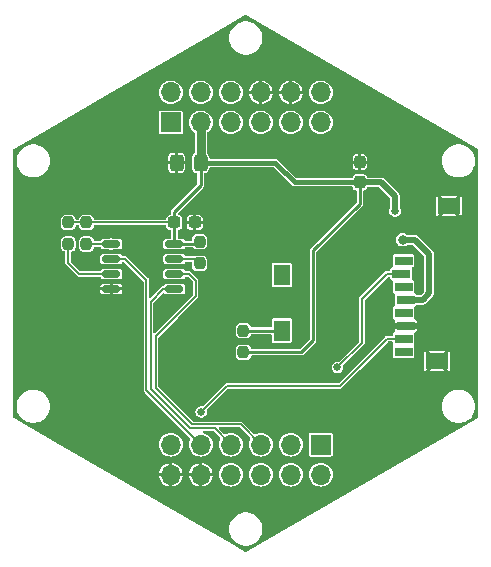
<source format=gbr>
%TF.GenerationSoftware,KiCad,Pcbnew,7.0.5*%
%TF.CreationDate,2023-06-19T10:59:58-04:00*%
%TF.ProjectId,DATA_STORAGE,44415441-5f53-4544-9f52-4147452e6b69,rev?*%
%TF.SameCoordinates,Original*%
%TF.FileFunction,Copper,L1,Top*%
%TF.FilePolarity,Positive*%
%FSLAX46Y46*%
G04 Gerber Fmt 4.6, Leading zero omitted, Abs format (unit mm)*
G04 Created by KiCad (PCBNEW 7.0.5) date 2023-06-19 10:59:58*
%MOMM*%
%LPD*%
G01*
G04 APERTURE LIST*
G04 Aperture macros list*
%AMRoundRect*
0 Rectangle with rounded corners*
0 $1 Rounding radius*
0 $2 $3 $4 $5 $6 $7 $8 $9 X,Y pos of 4 corners*
0 Add a 4 corners polygon primitive as box body*
4,1,4,$2,$3,$4,$5,$6,$7,$8,$9,$2,$3,0*
0 Add four circle primitives for the rounded corners*
1,1,$1+$1,$2,$3*
1,1,$1+$1,$4,$5*
1,1,$1+$1,$6,$7*
1,1,$1+$1,$8,$9*
0 Add four rect primitives between the rounded corners*
20,1,$1+$1,$2,$3,$4,$5,0*
20,1,$1+$1,$4,$5,$6,$7,0*
20,1,$1+$1,$6,$7,$8,$9,0*
20,1,$1+$1,$8,$9,$2,$3,0*%
G04 Aperture macros list end*
%TA.AperFunction,SMDPad,CuDef*%
%ADD10RoundRect,0.250000X0.325000X0.450000X-0.325000X0.450000X-0.325000X-0.450000X0.325000X-0.450000X0*%
%TD*%
%TA.AperFunction,SMDPad,CuDef*%
%ADD11RoundRect,0.237500X0.237500X-0.250000X0.237500X0.250000X-0.237500X0.250000X-0.237500X-0.250000X0*%
%TD*%
%TA.AperFunction,SMDPad,CuDef*%
%ADD12RoundRect,0.237500X0.237500X-0.300000X0.237500X0.300000X-0.237500X0.300000X-0.237500X-0.300000X0*%
%TD*%
%TA.AperFunction,ComponentPad*%
%ADD13R,1.700000X1.700000*%
%TD*%
%TA.AperFunction,ComponentPad*%
%ADD14O,1.700000X1.700000*%
%TD*%
%TA.AperFunction,SMDPad,CuDef*%
%ADD15R,1.500000X0.800000*%
%TD*%
%TA.AperFunction,SMDPad,CuDef*%
%ADD16R,1.400000X1.800000*%
%TD*%
%TA.AperFunction,SMDPad,CuDef*%
%ADD17R,1.900000X1.400000*%
%TD*%
%TA.AperFunction,SMDPad,CuDef*%
%ADD18RoundRect,0.237500X-0.237500X0.250000X-0.237500X-0.250000X0.237500X-0.250000X0.237500X0.250000X0*%
%TD*%
%TA.AperFunction,SMDPad,CuDef*%
%ADD19RoundRect,0.150000X-0.625000X-0.150000X0.625000X-0.150000X0.625000X0.150000X-0.625000X0.150000X0*%
%TD*%
%TA.AperFunction,SMDPad,CuDef*%
%ADD20RoundRect,0.237500X0.300000X0.237500X-0.300000X0.237500X-0.300000X-0.237500X0.300000X-0.237500X0*%
%TD*%
%TA.AperFunction,ViaPad*%
%ADD21C,0.660400*%
%TD*%
%TA.AperFunction,ViaPad*%
%ADD22C,0.812800*%
%TD*%
%TA.AperFunction,Conductor*%
%ADD23C,0.508000*%
%TD*%
%TA.AperFunction,Conductor*%
%ADD24C,0.762000*%
%TD*%
%TA.AperFunction,Conductor*%
%ADD25C,0.254000*%
%TD*%
%TA.AperFunction,Conductor*%
%ADD26C,0.152400*%
%TD*%
%TA.AperFunction,Conductor*%
%ADD27C,0.381000*%
%TD*%
G04 APERTURE END LIST*
D10*
%TO.P,C1,1*%
%TO.N,VCC*%
X146342500Y-89868621D03*
%TO.P,C1,2*%
%TO.N,GND*%
X144292500Y-89868621D03*
%TD*%
D11*
%TO.P,R6,1*%
%TO.N,/RXD*%
X136670000Y-96751121D03*
%TO.P,R6,2*%
%TO.N,VCC*%
X136670000Y-94926121D03*
%TD*%
D12*
%TO.P,C2,1*%
%TO.N,VCC*%
X159820000Y-91541121D03*
%TO.P,C2,2*%
%TO.N,GND*%
X159820000Y-89816121D03*
%TD*%
D13*
%TO.P,J1,1,Pin_1*%
%TO.N,/VBAT*%
X143810000Y-86465599D03*
D14*
%TO.P,J1,2,Pin_2*%
%TO.N,/~{EN}*%
X143810000Y-83925599D03*
%TO.P,J1,3,Pin_3*%
%TO.N,VCC*%
X146350000Y-86465599D03*
%TO.P,J1,4,Pin_4*%
%TO.N,/VBAT_OK*%
X146350000Y-83925599D03*
%TO.P,J1,5,Pin_5*%
%TO.N,/~{I2C_RESET}*%
X148890000Y-86465599D03*
%TO.P,J1,6,Pin_6*%
%TO.N,+5V*%
X148890000Y-83925599D03*
%TO.P,J1,7,Pin_7*%
%TO.N,/RXD*%
X151430000Y-86465599D03*
%TO.P,J1,8,Pin_8*%
%TO.N,GND*%
X151430000Y-83925599D03*
%TO.P,J1,9,Pin_9*%
%TO.N,/TXD*%
X153970000Y-86465599D03*
%TO.P,J1,10,Pin_10*%
%TO.N,GND*%
X153970000Y-83925599D03*
%TO.P,J1,11,Pin_11*%
%TO.N,/SDA*%
X156510000Y-86465599D03*
%TO.P,J1,12,Pin_12*%
%TO.N,/SCL*%
X156510000Y-83925599D03*
%TD*%
D15*
%TO.P,J3,1,DAT2*%
%TO.N,unconnected-(J3-DAT2-Pad1)*%
X163510000Y-98179610D03*
%TO.P,J3,2,CD/DAT3*%
%TO.N,/A1*%
X163310000Y-99279610D03*
%TO.P,J3,3,CMD*%
%TO.N,/MOSI*%
X163510000Y-100379610D03*
%TO.P,J3,4,VDD*%
%TO.N,Net-(J3-VDD)*%
X163710000Y-101479610D03*
%TO.P,J3,5,CLK*%
%TO.N,/SCK*%
X163510000Y-102579610D03*
%TO.P,J3,6,VSS*%
%TO.N,GND*%
X163710000Y-103679610D03*
%TO.P,J3,7,DAT0*%
%TO.N,/MISO*%
X163510000Y-104779610D03*
%TO.P,J3,8,DAT1*%
%TO.N,unconnected-(J3-DAT1-Pad8)*%
X163510000Y-105879610D03*
D16*
%TO.P,J3,9,CARD_DETECT_1*%
%TO.N,/CARD_DETECT*%
X153210000Y-104079610D03*
%TO.P,J3,10,CARD_DETECT_2*%
%TO.N,unconnected-(J3-CARD_DETECT_2-Pad10)*%
X153210000Y-99379610D03*
D17*
%TO.P,J3,11,GND_1*%
%TO.N,GND*%
X167360000Y-93529610D03*
%TO.P,J3,12,GND_2*%
X166360000Y-106679610D03*
%TD*%
D18*
%TO.P,R1,1*%
%TO.N,/CARD_DETECT*%
X149960000Y-104086121D03*
%TO.P,R1,2*%
%TO.N,VCC*%
X149960000Y-105911121D03*
%TD*%
D13*
%TO.P,J2,1,Pin_1*%
%TO.N,/D11*%
X156510000Y-113743621D03*
D14*
%TO.P,J2,2,Pin_2*%
%TO.N,/D13*%
X156510000Y-116283621D03*
%TO.P,J2,3,Pin_3*%
%TO.N,/A1*%
X153970000Y-113743621D03*
%TO.P,J2,4,Pin_4*%
%TO.N,/D6*%
X153970000Y-116283621D03*
%TO.P,J2,5,Pin_5*%
%TO.N,/SCK*%
X151430000Y-113743621D03*
%TO.P,J2,6,Pin_6*%
%TO.N,/A5*%
X151430000Y-116283621D03*
%TO.P,J2,7,Pin_7*%
%TO.N,/MOSI*%
X148890000Y-113743621D03*
%TO.P,J2,8,Pin_8*%
%TO.N,/~{CS}*%
X148890000Y-116283621D03*
%TO.P,J2,9,Pin_9*%
%TO.N,/MISO*%
X146350000Y-113743621D03*
%TO.P,J2,10,Pin_10*%
%TO.N,GND*%
X146350000Y-116283621D03*
%TO.P,J2,11,Pin_11*%
%TO.N,/LED2*%
X143810000Y-113743621D03*
%TO.P,J2,12,Pin_12*%
%TO.N,GND*%
X143810000Y-116283621D03*
%TD*%
D19*
%TO.P,U1,1,~{CS}*%
%TO.N,/RXD*%
X138755000Y-96753621D03*
%TO.P,U1,2,SO*%
%TO.N,/MISO*%
X138755000Y-98023621D03*
%TO.P,U1,3,~{WP}*%
%TO.N,/~{WP}*%
X138755000Y-99293621D03*
%TO.P,U1,4,GND*%
%TO.N,GND*%
X138755000Y-100563621D03*
%TO.P,U1,5,SI*%
%TO.N,/MOSI*%
X144105000Y-100563621D03*
%TO.P,U1,6,SCK*%
%TO.N,/SCK*%
X144105000Y-99293621D03*
%TO.P,U1,7,~{HOLD}*%
%TO.N,/~{HL}*%
X144105000Y-98023621D03*
%TO.P,U1,8,VDD*%
%TO.N,VCC*%
X144105000Y-96753621D03*
%TD*%
D20*
%TO.P,C5,1*%
%TO.N,GND*%
X145832500Y-94918621D03*
%TO.P,C5,2*%
%TO.N,VCC*%
X144107500Y-94918621D03*
%TD*%
D11*
%TO.P,R5,1*%
%TO.N,/~{HL}*%
X146250000Y-98381121D03*
%TO.P,R5,2*%
%TO.N,VCC*%
X146250000Y-96556121D03*
%TD*%
%TO.P,R4,1*%
%TO.N,/~{WP}*%
X135120000Y-96751121D03*
%TO.P,R4,2*%
%TO.N,VCC*%
X135120000Y-94926121D03*
%TD*%
D21*
%TO.N,GND*%
X137660000Y-93198621D03*
X157660000Y-110698621D03*
X165160000Y-93198621D03*
X165160000Y-110698621D03*
X160160000Y-113198621D03*
X135160000Y-110698621D03*
X135160000Y-105698621D03*
X140160000Y-88198621D03*
X150160000Y-95698621D03*
X140160000Y-110698621D03*
X162660000Y-90698621D03*
X147660000Y-98198621D03*
X137660000Y-113198621D03*
X162660000Y-108198621D03*
X155160000Y-93198621D03*
X132660000Y-98198621D03*
X147660000Y-95698621D03*
X165160000Y-113198621D03*
X132660000Y-100698621D03*
X140160000Y-108198621D03*
X162660000Y-113198621D03*
X147660000Y-103198621D03*
X162660000Y-88198621D03*
X165160000Y-90698621D03*
X135160000Y-103198621D03*
X132660000Y-105698621D03*
X165160000Y-108198621D03*
X160160000Y-110698621D03*
X167660000Y-103198621D03*
X132660000Y-103198621D03*
X150160000Y-100698621D03*
X152660000Y-95698621D03*
X152660000Y-93198621D03*
X140160000Y-113198621D03*
X132660000Y-95698621D03*
X160160000Y-85698621D03*
X150160000Y-98198621D03*
X142660000Y-90698621D03*
X150160000Y-90698621D03*
X135160000Y-93198621D03*
X165160000Y-88198621D03*
X140160000Y-90698621D03*
X135160000Y-108198621D03*
X157660000Y-100698621D03*
X167660000Y-100698621D03*
X135160000Y-90698621D03*
X160160000Y-115698621D03*
X137660000Y-88198621D03*
X140160000Y-103198621D03*
X162660000Y-85698621D03*
X150160000Y-93198621D03*
X142660000Y-95698621D03*
X140160000Y-85698621D03*
X142660000Y-88198621D03*
X132660000Y-93198621D03*
X137660000Y-108198621D03*
X137660000Y-103198621D03*
X167660000Y-95698621D03*
X147660000Y-93198621D03*
X140160000Y-100698621D03*
X137660000Y-90698621D03*
X147660000Y-90698621D03*
X137660000Y-110698621D03*
X142660000Y-98198621D03*
X167660000Y-98198621D03*
X162660000Y-110698621D03*
X160160000Y-88198621D03*
%TO.N,VCC*%
X162790000Y-93968621D03*
%TO.N,/A1*%
X157920000Y-107208621D03*
%TO.N,/MOSI*%
X163510000Y-100379610D03*
%TO.N,/MISO*%
X146370000Y-110968621D03*
%TO.N,/SCK*%
X163510000Y-102579610D03*
%TO.N,/RXD*%
X138755000Y-96753621D03*
D22*
%TO.N,Net-(J3-VDD)*%
X163440000Y-96398621D03*
%TD*%
D23*
%TO.N,GND*%
X163710000Y-103679610D02*
X162110989Y-103679610D01*
X163710000Y-103679610D02*
X165240989Y-103679610D01*
D24*
%TO.N,VCC*%
X146350000Y-89855817D02*
X146350000Y-86465599D01*
D25*
X144105000Y-94921121D02*
X144107500Y-94918621D01*
D23*
X162790000Y-92708621D02*
X161622500Y-91541121D01*
X159820000Y-91541121D02*
X161622500Y-91541121D01*
D25*
X144107500Y-94031121D02*
X146342500Y-91796121D01*
D24*
X146346250Y-89864871D02*
X146342500Y-89868621D01*
D26*
X135120000Y-94926121D02*
X136670000Y-94926121D01*
D25*
X149960000Y-105911121D02*
X154847500Y-105911121D01*
X155860000Y-104898621D02*
X155860000Y-97298621D01*
X146342500Y-91796121D02*
X146342500Y-89868621D01*
D27*
X152630000Y-89868621D02*
X154302500Y-91541121D01*
D25*
X159820000Y-93338621D02*
X159820000Y-91541121D01*
X155860000Y-97298621D02*
X159820000Y-93338621D01*
X146052500Y-96753621D02*
X146250000Y-96556121D01*
D27*
X154302500Y-91541121D02*
X159820000Y-91541121D01*
D26*
X136670000Y-94926121D02*
X144100000Y-94926121D01*
D25*
X144107500Y-94918621D02*
X144107500Y-94031121D01*
X144105000Y-96753621D02*
X144105000Y-94921121D01*
D27*
X146342500Y-89868621D02*
X152630000Y-89868621D01*
D25*
X144105000Y-96753621D02*
X146052500Y-96753621D01*
D26*
X144100000Y-94926121D02*
X144107500Y-94918621D01*
D23*
X162790000Y-93968621D02*
X162790000Y-92708621D01*
D25*
X154847500Y-105911121D02*
X155860000Y-104898621D01*
D24*
X146346240Y-89864861D02*
G75*
G03*
X146350000Y-89855817I-9040J9061D01*
G01*
D26*
%TO.N,/A1*%
X159980000Y-101388621D02*
X159980000Y-105148621D01*
X163310000Y-99279610D02*
X162089011Y-99279610D01*
X162089011Y-99279610D02*
X159980000Y-101388621D01*
X159980000Y-105148621D02*
X157920000Y-107208621D01*
%TO.N,/MOSI*%
X147515000Y-112368621D02*
X148890000Y-113743621D01*
X142100000Y-109058621D02*
X145410000Y-112368621D01*
X145410000Y-112368621D02*
X147515000Y-112368621D01*
X144105000Y-100563621D02*
X143165000Y-100563621D01*
X143165000Y-100563621D02*
X142100000Y-101628621D01*
X142100000Y-101628621D02*
X142100000Y-109058621D01*
%TO.N,/MISO*%
X141750000Y-99828621D02*
X141750000Y-109143621D01*
X148560000Y-108778621D02*
X146370000Y-110968621D01*
X162099011Y-104779610D02*
X158100000Y-108778621D01*
X163510000Y-104779610D02*
X162099011Y-104779610D01*
X141750000Y-109143621D02*
X146350000Y-113743621D01*
X138755000Y-98023621D02*
X139945000Y-98023621D01*
X139945000Y-98023621D02*
X141750000Y-99828621D01*
X158100000Y-108778621D02*
X148560000Y-108778621D01*
%TO.N,/SCK*%
X145345000Y-99293621D02*
X145900000Y-99848621D01*
X145590000Y-112028621D02*
X149715000Y-112028621D01*
X144105000Y-99293621D02*
X145345000Y-99293621D01*
X145900000Y-99848621D02*
X145900000Y-101178621D01*
X145900000Y-101178621D02*
X142520000Y-104558621D01*
X142520000Y-108958621D02*
X145590000Y-112028621D01*
X149715000Y-112028621D02*
X151430000Y-113743621D01*
X142520000Y-104558621D02*
X142520000Y-108958621D01*
%TO.N,/RXD*%
X138752500Y-96751121D02*
X138755000Y-96753621D01*
X136670000Y-96751121D02*
X138752500Y-96751121D01*
%TO.N,/~{WP}*%
X135120000Y-96751121D02*
X135120000Y-98378621D01*
X136035000Y-99293621D02*
X138755000Y-99293621D01*
X135120000Y-98378621D02*
X136035000Y-99293621D01*
%TO.N,/~{HL}*%
X145892500Y-98023621D02*
X146250000Y-98381121D01*
X144105000Y-98023621D02*
X145892500Y-98023621D01*
D23*
%TO.N,Net-(J3-VDD)*%
X165670000Y-97588621D02*
X164480000Y-96398621D01*
X165670000Y-98218621D02*
X165670000Y-97588621D01*
X164480000Y-96398621D02*
X163440000Y-96398621D01*
X163710000Y-101479610D02*
X165119011Y-101479610D01*
X165670000Y-100928621D02*
X165670000Y-98218621D01*
X165119011Y-101479610D02*
X165670000Y-100928621D01*
D25*
%TO.N,/CARD_DETECT*%
X149966511Y-104079610D02*
X149960000Y-104086121D01*
X153210000Y-104079610D02*
X149966511Y-104079610D01*
%TD*%
%TA.AperFunction,Conductor*%
%TO.N,GND*%
G36*
X150203946Y-77388502D02*
G01*
X169810750Y-88708494D01*
X169849399Y-88754554D01*
X169854700Y-88784618D01*
X169854700Y-111424599D01*
X169834135Y-111481100D01*
X169810750Y-111500723D01*
X150203949Y-122820715D01*
X150144735Y-122831156D01*
X150116049Y-122820715D01*
X149138254Y-122256185D01*
X146770601Y-120889220D01*
X148749884Y-120889220D01*
X148769115Y-121121316D01*
X148769116Y-121121322D01*
X148826286Y-121347080D01*
X148826289Y-121347088D01*
X148897987Y-121510541D01*
X148919840Y-121560361D01*
X148919844Y-121560367D01*
X149047215Y-121755325D01*
X149047216Y-121755327D01*
X149047220Y-121755331D01*
X149204954Y-121926676D01*
X149388740Y-122069722D01*
X149593563Y-122180567D01*
X149813837Y-122256187D01*
X149813839Y-122256187D01*
X149813841Y-122256188D01*
X150043550Y-122294520D01*
X150043554Y-122294520D01*
X150276450Y-122294520D01*
X150506158Y-122256188D01*
X150506158Y-122256187D01*
X150506163Y-122256187D01*
X150726437Y-122180567D01*
X150931260Y-122069722D01*
X151115046Y-121926676D01*
X151272780Y-121755331D01*
X151400160Y-121560361D01*
X151493712Y-121347084D01*
X151550884Y-121121317D01*
X151570116Y-120889220D01*
X151550884Y-120657123D01*
X151550883Y-120657117D01*
X151493713Y-120431359D01*
X151493710Y-120431351D01*
X151400164Y-120218089D01*
X151400160Y-120218079D01*
X151319435Y-120094520D01*
X151272784Y-120023114D01*
X151272783Y-120023112D01*
X151115050Y-119851768D01*
X151115048Y-119851767D01*
X151115046Y-119851764D01*
X150931260Y-119708718D01*
X150726437Y-119597873D01*
X150726433Y-119597871D01*
X150726430Y-119597870D01*
X150506167Y-119522254D01*
X150506158Y-119522251D01*
X150276450Y-119483920D01*
X150276446Y-119483920D01*
X150043554Y-119483920D01*
X150043550Y-119483920D01*
X149813841Y-119522251D01*
X149813832Y-119522254D01*
X149593569Y-119597870D01*
X149388740Y-119708718D01*
X149204949Y-119851768D01*
X149047216Y-120023112D01*
X149047215Y-120023114D01*
X148919844Y-120218072D01*
X148919835Y-120218089D01*
X148826289Y-120431351D01*
X148826286Y-120431359D01*
X148769116Y-120657117D01*
X148769115Y-120657123D01*
X148749884Y-120889220D01*
X146770601Y-120889220D01*
X139013440Y-116410621D01*
X142815259Y-116410621D01*
X142822105Y-116480132D01*
X142879419Y-116669073D01*
X142972504Y-116843222D01*
X143097759Y-116995845D01*
X143097775Y-116995861D01*
X143250398Y-117121116D01*
X143250397Y-117121116D01*
X143424547Y-117214201D01*
X143613491Y-117271516D01*
X143613498Y-117271517D01*
X143682999Y-117278362D01*
X143683000Y-117278362D01*
X143683000Y-116770502D01*
X143774237Y-116783621D01*
X143845763Y-116783621D01*
X143937000Y-116770502D01*
X143937000Y-117278362D01*
X144006501Y-117271517D01*
X144006508Y-117271516D01*
X144195452Y-117214201D01*
X144369601Y-117121116D01*
X144522224Y-116995861D01*
X144522240Y-116995845D01*
X144647495Y-116843222D01*
X144740580Y-116669073D01*
X144797894Y-116480132D01*
X144804741Y-116410621D01*
X145355259Y-116410621D01*
X145362105Y-116480132D01*
X145419419Y-116669073D01*
X145512504Y-116843222D01*
X145637759Y-116995845D01*
X145637775Y-116995861D01*
X145790398Y-117121116D01*
X145790397Y-117121116D01*
X145964547Y-117214201D01*
X146153491Y-117271516D01*
X146153498Y-117271517D01*
X146222999Y-117278362D01*
X146223000Y-117278362D01*
X146223000Y-116770502D01*
X146314237Y-116783621D01*
X146385763Y-116783621D01*
X146477000Y-116770502D01*
X146477000Y-117278362D01*
X146546501Y-117271517D01*
X146546508Y-117271516D01*
X146735452Y-117214201D01*
X146909601Y-117121116D01*
X147062224Y-116995861D01*
X147062240Y-116995845D01*
X147187495Y-116843222D01*
X147280580Y-116669073D01*
X147337894Y-116480132D01*
X147344741Y-116410621D01*
X146833818Y-116410621D01*
X146850000Y-116355510D01*
X146850000Y-116283621D01*
X147882247Y-116283621D01*
X147901612Y-116480230D01*
X147958898Y-116669073D01*
X147958958Y-116669271D01*
X148052084Y-116843499D01*
X148177411Y-116996210D01*
X148330122Y-117121537D01*
X148504350Y-117214663D01*
X148638715Y-117255422D01*
X148691771Y-117271517D01*
X148693397Y-117272010D01*
X148890000Y-117291374D01*
X149086603Y-117272010D01*
X149275650Y-117214663D01*
X149449878Y-117121537D01*
X149602589Y-116996210D01*
X149727916Y-116843499D01*
X149821042Y-116669271D01*
X149878389Y-116480224D01*
X149897753Y-116283621D01*
X150422247Y-116283621D01*
X150441612Y-116480230D01*
X150498898Y-116669073D01*
X150498958Y-116669271D01*
X150592084Y-116843499D01*
X150717411Y-116996210D01*
X150870122Y-117121537D01*
X151044350Y-117214663D01*
X151178715Y-117255422D01*
X151231771Y-117271517D01*
X151233397Y-117272010D01*
X151430000Y-117291374D01*
X151626603Y-117272010D01*
X151815650Y-117214663D01*
X151989878Y-117121537D01*
X152142589Y-116996210D01*
X152267916Y-116843499D01*
X152361042Y-116669271D01*
X152418389Y-116480224D01*
X152437753Y-116283621D01*
X152962247Y-116283621D01*
X152981612Y-116480230D01*
X153038898Y-116669073D01*
X153038958Y-116669271D01*
X153132084Y-116843499D01*
X153257411Y-116996210D01*
X153410122Y-117121537D01*
X153584350Y-117214663D01*
X153718715Y-117255422D01*
X153771771Y-117271517D01*
X153773397Y-117272010D01*
X153970000Y-117291374D01*
X154166603Y-117272010D01*
X154355650Y-117214663D01*
X154529878Y-117121537D01*
X154682589Y-116996210D01*
X154807916Y-116843499D01*
X154901042Y-116669271D01*
X154958389Y-116480224D01*
X154977753Y-116283621D01*
X155502247Y-116283621D01*
X155521612Y-116480230D01*
X155578898Y-116669073D01*
X155578958Y-116669271D01*
X155672084Y-116843499D01*
X155797411Y-116996210D01*
X155950122Y-117121537D01*
X156124350Y-117214663D01*
X156258715Y-117255422D01*
X156311771Y-117271517D01*
X156313397Y-117272010D01*
X156510000Y-117291374D01*
X156706603Y-117272010D01*
X156895650Y-117214663D01*
X157069878Y-117121537D01*
X157222589Y-116996210D01*
X157347916Y-116843499D01*
X157441042Y-116669271D01*
X157498389Y-116480224D01*
X157517753Y-116283621D01*
X157498389Y-116087018D01*
X157441042Y-115897971D01*
X157347916Y-115723743D01*
X157222589Y-115571032D01*
X157069878Y-115445705D01*
X156895650Y-115352579D01*
X156895649Y-115352578D01*
X156895648Y-115352578D01*
X156706609Y-115295233D01*
X156706604Y-115295232D01*
X156706603Y-115295232D01*
X156510000Y-115275868D01*
X156509999Y-115275868D01*
X156462657Y-115280530D01*
X156313397Y-115295232D01*
X156313395Y-115295232D01*
X156313390Y-115295233D01*
X156124351Y-115352578D01*
X155950121Y-115445705D01*
X155797413Y-115571030D01*
X155797409Y-115571034D01*
X155672084Y-115723742D01*
X155578957Y-115897972D01*
X155521612Y-116087011D01*
X155502247Y-116283621D01*
X154977753Y-116283621D01*
X154958389Y-116087018D01*
X154901042Y-115897971D01*
X154807916Y-115723743D01*
X154682589Y-115571032D01*
X154529878Y-115445705D01*
X154355650Y-115352579D01*
X154355649Y-115352578D01*
X154355648Y-115352578D01*
X154166609Y-115295233D01*
X154166604Y-115295232D01*
X154166603Y-115295232D01*
X153970000Y-115275868D01*
X153773397Y-115295232D01*
X153773395Y-115295232D01*
X153773390Y-115295233D01*
X153584351Y-115352578D01*
X153410121Y-115445705D01*
X153257413Y-115571030D01*
X153257409Y-115571034D01*
X153132084Y-115723742D01*
X153038957Y-115897972D01*
X152981612Y-116087011D01*
X152962247Y-116283621D01*
X152437753Y-116283621D01*
X152418389Y-116087018D01*
X152361042Y-115897971D01*
X152267916Y-115723743D01*
X152142589Y-115571032D01*
X151989878Y-115445705D01*
X151815650Y-115352579D01*
X151815649Y-115352578D01*
X151815648Y-115352578D01*
X151626609Y-115295233D01*
X151626604Y-115295232D01*
X151626603Y-115295232D01*
X151430000Y-115275868D01*
X151429999Y-115275868D01*
X151382657Y-115280530D01*
X151233397Y-115295232D01*
X151233395Y-115295232D01*
X151233390Y-115295233D01*
X151044351Y-115352578D01*
X150870121Y-115445705D01*
X150717413Y-115571030D01*
X150717409Y-115571034D01*
X150592084Y-115723742D01*
X150498957Y-115897972D01*
X150441612Y-116087011D01*
X150422247Y-116283621D01*
X149897753Y-116283621D01*
X149878389Y-116087018D01*
X149821042Y-115897971D01*
X149727916Y-115723743D01*
X149602589Y-115571032D01*
X149449878Y-115445705D01*
X149275650Y-115352579D01*
X149275649Y-115352578D01*
X149275648Y-115352578D01*
X149086609Y-115295233D01*
X149086604Y-115295232D01*
X149086603Y-115295232D01*
X148890000Y-115275868D01*
X148889999Y-115275868D01*
X148842657Y-115280530D01*
X148693397Y-115295232D01*
X148693395Y-115295232D01*
X148693390Y-115295233D01*
X148504351Y-115352578D01*
X148330121Y-115445705D01*
X148177413Y-115571030D01*
X148177409Y-115571034D01*
X148052084Y-115723742D01*
X147958957Y-115897972D01*
X147901612Y-116087011D01*
X147882247Y-116283621D01*
X146850000Y-116283621D01*
X146850000Y-116211732D01*
X146833818Y-116156621D01*
X147344741Y-116156621D01*
X147337894Y-116087109D01*
X147280580Y-115898168D01*
X147187495Y-115724019D01*
X147062240Y-115571396D01*
X147062224Y-115571380D01*
X146909601Y-115446125D01*
X146909602Y-115446125D01*
X146735452Y-115353040D01*
X146546511Y-115295726D01*
X146546512Y-115295726D01*
X146477000Y-115288879D01*
X146477000Y-115796739D01*
X146385763Y-115783621D01*
X146314237Y-115783621D01*
X146223000Y-115796739D01*
X146223000Y-115288879D01*
X146153488Y-115295726D01*
X145964547Y-115353040D01*
X145790398Y-115446125D01*
X145637775Y-115571380D01*
X145637759Y-115571396D01*
X145512504Y-115724019D01*
X145419419Y-115898168D01*
X145362105Y-116087109D01*
X145355259Y-116156621D01*
X145866182Y-116156621D01*
X145850000Y-116211732D01*
X145850000Y-116355510D01*
X145866182Y-116410621D01*
X145355259Y-116410621D01*
X144804741Y-116410621D01*
X144293818Y-116410621D01*
X144310000Y-116355510D01*
X144310000Y-116211732D01*
X144293818Y-116156621D01*
X144804741Y-116156621D01*
X144797894Y-116087109D01*
X144740580Y-115898168D01*
X144647495Y-115724019D01*
X144522240Y-115571396D01*
X144522224Y-115571380D01*
X144369601Y-115446125D01*
X144369602Y-115446125D01*
X144195452Y-115353040D01*
X144006511Y-115295726D01*
X144006512Y-115295726D01*
X143937000Y-115288879D01*
X143937000Y-115796739D01*
X143845763Y-115783621D01*
X143774237Y-115783621D01*
X143683000Y-115796739D01*
X143683000Y-115288879D01*
X143613488Y-115295726D01*
X143424547Y-115353040D01*
X143250398Y-115446125D01*
X143097775Y-115571380D01*
X143097759Y-115571396D01*
X142972504Y-115724019D01*
X142879419Y-115898168D01*
X142822105Y-116087109D01*
X142815259Y-116156621D01*
X143326182Y-116156621D01*
X143310000Y-116211732D01*
X143310000Y-116355510D01*
X143326182Y-116410621D01*
X142815259Y-116410621D01*
X139013440Y-116410621D01*
X134394061Y-113743621D01*
X142802247Y-113743621D01*
X142821612Y-113940230D01*
X142878957Y-114129269D01*
X142878958Y-114129271D01*
X142972084Y-114303499D01*
X143097411Y-114456210D01*
X143250122Y-114581537D01*
X143424350Y-114674663D01*
X143613397Y-114732010D01*
X143810000Y-114751374D01*
X144006603Y-114732010D01*
X144195650Y-114674663D01*
X144369878Y-114581537D01*
X144522589Y-114456210D01*
X144647916Y-114303499D01*
X144741042Y-114129271D01*
X144798389Y-113940224D01*
X144817753Y-113743621D01*
X144798389Y-113547018D01*
X144741042Y-113357971D01*
X144647916Y-113183743D01*
X144522589Y-113031032D01*
X144369878Y-112905705D01*
X144195650Y-112812579D01*
X144195649Y-112812578D01*
X144195648Y-112812578D01*
X144006609Y-112755233D01*
X144006604Y-112755232D01*
X144006603Y-112755232D01*
X143810000Y-112735868D01*
X143613397Y-112755232D01*
X143613395Y-112755232D01*
X143613390Y-112755233D01*
X143424351Y-112812578D01*
X143250121Y-112905705D01*
X143097413Y-113031030D01*
X143097409Y-113031034D01*
X142972084Y-113183742D01*
X142878957Y-113357972D01*
X142821612Y-113547011D01*
X142802247Y-113743621D01*
X134394061Y-113743621D01*
X130509248Y-111500723D01*
X130470600Y-111454664D01*
X130465300Y-111424605D01*
X130465300Y-110496915D01*
X130749884Y-110496915D01*
X130769115Y-110729011D01*
X130769116Y-110729017D01*
X130826286Y-110954775D01*
X130826289Y-110954783D01*
X130892675Y-111106126D01*
X130919840Y-111168056D01*
X130919844Y-111168062D01*
X131047215Y-111363020D01*
X131047216Y-111363022D01*
X131173979Y-111500724D01*
X131204954Y-111534371D01*
X131388740Y-111677417D01*
X131593563Y-111788262D01*
X131813837Y-111863882D01*
X131813839Y-111863882D01*
X131813841Y-111863883D01*
X132043550Y-111902215D01*
X132043554Y-111902215D01*
X132276450Y-111902215D01*
X132506158Y-111863883D01*
X132506158Y-111863882D01*
X132506163Y-111863882D01*
X132726437Y-111788262D01*
X132931260Y-111677417D01*
X133115046Y-111534371D01*
X133272780Y-111363026D01*
X133400160Y-111168056D01*
X133493712Y-110954779D01*
X133550884Y-110729012D01*
X133570116Y-110496915D01*
X133550884Y-110264818D01*
X133550883Y-110264812D01*
X133493713Y-110039054D01*
X133493710Y-110039046D01*
X133400164Y-109825784D01*
X133400160Y-109825774D01*
X133319435Y-109702215D01*
X133272784Y-109630809D01*
X133272783Y-109630807D01*
X133115050Y-109459463D01*
X133115048Y-109459462D01*
X133115046Y-109459459D01*
X132931260Y-109316413D01*
X132726437Y-109205568D01*
X132726433Y-109205566D01*
X132726430Y-109205565D01*
X132506167Y-109129949D01*
X132506158Y-109129946D01*
X132276450Y-109091615D01*
X132276446Y-109091615D01*
X132043554Y-109091615D01*
X132043550Y-109091615D01*
X131813841Y-109129946D01*
X131813832Y-109129949D01*
X131593569Y-109205565D01*
X131593564Y-109205567D01*
X131593563Y-109205568D01*
X131472314Y-109271185D01*
X131388740Y-109316413D01*
X131204949Y-109459463D01*
X131047216Y-109630807D01*
X131047215Y-109630809D01*
X130919844Y-109825767D01*
X130919835Y-109825784D01*
X130826289Y-110039046D01*
X130826286Y-110039054D01*
X130769116Y-110264812D01*
X130769115Y-110264818D01*
X130749884Y-110496915D01*
X130465300Y-110496915D01*
X130465300Y-100758765D01*
X137827600Y-100758765D01*
X137827601Y-100758784D01*
X137830533Y-100784055D01*
X137830534Y-100784058D01*
X137876198Y-100887476D01*
X137956144Y-100967422D01*
X138059562Y-101013086D01*
X138059565Y-101013087D01*
X138084836Y-101016019D01*
X138084855Y-101016021D01*
X138627999Y-101016021D01*
X138628000Y-101016020D01*
X138628000Y-100690621D01*
X138882000Y-100690621D01*
X138882000Y-101016020D01*
X138882001Y-101016021D01*
X139425145Y-101016021D01*
X139425163Y-101016019D01*
X139450434Y-101013087D01*
X139450437Y-101013086D01*
X139553855Y-100967422D01*
X139633801Y-100887476D01*
X139679465Y-100784058D01*
X139679466Y-100784055D01*
X139682398Y-100758784D01*
X139682400Y-100758765D01*
X139682400Y-100690622D01*
X139682399Y-100690621D01*
X138882000Y-100690621D01*
X138628000Y-100690621D01*
X137827601Y-100690621D01*
X137827600Y-100690622D01*
X137827600Y-100758765D01*
X130465300Y-100758765D01*
X130465300Y-100436619D01*
X137827600Y-100436619D01*
X137827601Y-100436621D01*
X138627999Y-100436621D01*
X138628000Y-100436620D01*
X138882000Y-100436620D01*
X138882001Y-100436621D01*
X139682399Y-100436621D01*
X139682400Y-100436619D01*
X139682400Y-100368476D01*
X139682398Y-100368457D01*
X139679466Y-100343186D01*
X139679465Y-100343183D01*
X139633801Y-100239765D01*
X139553855Y-100159819D01*
X139450437Y-100114155D01*
X139450434Y-100114154D01*
X139425163Y-100111222D01*
X139425145Y-100111221D01*
X138882001Y-100111221D01*
X138882000Y-100111222D01*
X138882000Y-100436620D01*
X138628000Y-100436620D01*
X138628000Y-100111222D01*
X138627999Y-100111221D01*
X138084855Y-100111221D01*
X138084836Y-100111222D01*
X138059565Y-100114154D01*
X138059562Y-100114155D01*
X137956144Y-100159819D01*
X137876198Y-100239765D01*
X137830534Y-100343183D01*
X137830533Y-100343186D01*
X137827601Y-100368457D01*
X137827600Y-100368476D01*
X137827600Y-100436619D01*
X130465300Y-100436619D01*
X130465300Y-97031843D01*
X134492100Y-97031843D01*
X134492366Y-97033521D01*
X134506579Y-97123262D01*
X134506579Y-97123263D01*
X134506580Y-97123265D01*
X134562723Y-97233453D01*
X134650168Y-97320898D01*
X134760356Y-97377041D01*
X134816750Y-97385973D01*
X134869339Y-97415123D01*
X134890887Y-97471257D01*
X134890900Y-97472791D01*
X134890900Y-98371471D01*
X134890840Y-98373772D01*
X134888666Y-98415260D01*
X134897177Y-98437433D01*
X134901092Y-98450650D01*
X134906031Y-98473888D01*
X134910124Y-98479521D01*
X134921071Y-98499682D01*
X134923567Y-98506183D01*
X134923568Y-98506185D01*
X134940364Y-98522982D01*
X134949320Y-98533468D01*
X134963276Y-98552677D01*
X134963278Y-98552679D01*
X134969308Y-98556160D01*
X134987510Y-98570127D01*
X135867951Y-99450569D01*
X135869535Y-99452238D01*
X135897330Y-99483107D01*
X135897331Y-99483107D01*
X135897332Y-99483108D01*
X135919022Y-99492765D01*
X135931144Y-99499347D01*
X135942464Y-99506698D01*
X135951061Y-99512281D01*
X135951062Y-99512281D01*
X135951063Y-99512282D01*
X135957938Y-99513370D01*
X135979938Y-99519887D01*
X135986303Y-99522721D01*
X136010058Y-99522721D01*
X136023807Y-99523802D01*
X136047258Y-99527517D01*
X136053979Y-99525716D01*
X136076729Y-99522721D01*
X137776538Y-99522721D01*
X137833039Y-99543286D01*
X137856947Y-99575115D01*
X137875780Y-99617766D01*
X137955855Y-99697841D01*
X138059450Y-99743583D01*
X138084774Y-99746521D01*
X138084781Y-99746521D01*
X139425219Y-99746521D01*
X139425226Y-99746521D01*
X139450550Y-99743583D01*
X139554145Y-99697841D01*
X139634220Y-99617766D01*
X139679962Y-99514171D01*
X139682900Y-99488847D01*
X139682900Y-99098395D01*
X139679962Y-99073071D01*
X139634220Y-98969476D01*
X139554145Y-98889401D01*
X139554143Y-98889400D01*
X139450553Y-98843660D01*
X139450551Y-98843659D01*
X139450550Y-98843659D01*
X139443061Y-98842790D01*
X139425237Y-98840722D01*
X139425232Y-98840721D01*
X139425226Y-98840721D01*
X138084774Y-98840721D01*
X138084768Y-98840721D01*
X138084762Y-98840722D01*
X138059450Y-98843659D01*
X138059446Y-98843660D01*
X137955856Y-98889400D01*
X137875779Y-98969477D01*
X137856948Y-99012126D01*
X137815314Y-99055506D01*
X137776538Y-99064521D01*
X136166306Y-99064521D01*
X136109805Y-99043956D01*
X136104151Y-99038776D01*
X135374845Y-98309469D01*
X135349434Y-98254975D01*
X135349100Y-98247314D01*
X135349100Y-98218839D01*
X137827100Y-98218839D01*
X137827101Y-98218858D01*
X137830038Y-98244170D01*
X137830039Y-98244174D01*
X137845181Y-98278466D01*
X137875780Y-98347766D01*
X137955855Y-98427841D01*
X138059450Y-98473583D01*
X138084774Y-98476521D01*
X138084781Y-98476521D01*
X139425219Y-98476521D01*
X139425226Y-98476521D01*
X139450550Y-98473583D01*
X139554145Y-98427841D01*
X139634220Y-98347766D01*
X139653052Y-98305115D01*
X139694686Y-98261736D01*
X139733462Y-98252721D01*
X139813694Y-98252721D01*
X139870195Y-98273286D01*
X139875849Y-98278466D01*
X141495155Y-99897772D01*
X141520566Y-99952266D01*
X141520900Y-99959927D01*
X141520900Y-109136471D01*
X141520840Y-109138772D01*
X141518666Y-109180260D01*
X141527177Y-109202433D01*
X141531092Y-109215650D01*
X141536031Y-109238888D01*
X141540124Y-109244521D01*
X141551071Y-109264682D01*
X141553567Y-109271183D01*
X141553568Y-109271185D01*
X141570364Y-109287982D01*
X141579320Y-109298468D01*
X141593276Y-109317677D01*
X141593278Y-109317679D01*
X141599308Y-109321160D01*
X141617510Y-109335127D01*
X145449978Y-113167595D01*
X145475389Y-113222089D01*
X145465344Y-113271185D01*
X145418958Y-113357968D01*
X145418957Y-113357972D01*
X145361612Y-113547011D01*
X145342247Y-113743621D01*
X145361612Y-113940230D01*
X145418957Y-114129269D01*
X145418958Y-114129271D01*
X145512084Y-114303499D01*
X145637411Y-114456210D01*
X145790122Y-114581537D01*
X145964350Y-114674663D01*
X146153397Y-114732010D01*
X146350000Y-114751374D01*
X146546603Y-114732010D01*
X146735650Y-114674663D01*
X146909878Y-114581537D01*
X147062589Y-114456210D01*
X147187916Y-114303499D01*
X147281042Y-114129271D01*
X147338389Y-113940224D01*
X147357753Y-113743621D01*
X147338389Y-113547018D01*
X147281042Y-113357971D01*
X147187916Y-113183743D01*
X147062589Y-113031032D01*
X146909878Y-112905705D01*
X146735650Y-112812579D01*
X146735649Y-112812578D01*
X146735648Y-112812578D01*
X146594418Y-112769736D01*
X146546319Y-112733655D01*
X146532666Y-112675099D01*
X146559846Y-112621466D01*
X146615142Y-112597852D01*
X146619934Y-112597721D01*
X147383694Y-112597721D01*
X147440195Y-112618286D01*
X147445849Y-112623466D01*
X147989978Y-113167595D01*
X148015389Y-113222089D01*
X148005344Y-113271185D01*
X147958958Y-113357968D01*
X147958957Y-113357972D01*
X147901612Y-113547011D01*
X147882247Y-113743620D01*
X147901612Y-113940230D01*
X147958957Y-114129269D01*
X147958958Y-114129271D01*
X148052084Y-114303499D01*
X148177411Y-114456210D01*
X148330122Y-114581537D01*
X148504350Y-114674663D01*
X148693397Y-114732010D01*
X148890000Y-114751374D01*
X149086603Y-114732010D01*
X149275650Y-114674663D01*
X149449878Y-114581537D01*
X149602589Y-114456210D01*
X149727916Y-114303499D01*
X149821042Y-114129271D01*
X149878389Y-113940224D01*
X149897753Y-113743621D01*
X149878389Y-113547018D01*
X149821042Y-113357971D01*
X149727916Y-113183743D01*
X149602589Y-113031032D01*
X149449878Y-112905705D01*
X149275650Y-112812579D01*
X149275649Y-112812578D01*
X149275648Y-112812578D01*
X149086609Y-112755233D01*
X149086604Y-112755232D01*
X149086603Y-112755232D01*
X148890000Y-112735868D01*
X148693397Y-112755232D01*
X148693395Y-112755232D01*
X148693390Y-112755233D01*
X148504351Y-112812578D01*
X148504347Y-112812579D01*
X148417565Y-112858965D01*
X148358041Y-112867463D01*
X148313975Y-112843599D01*
X147878152Y-112407776D01*
X147852741Y-112353282D01*
X147868304Y-112295204D01*
X147917557Y-112260716D01*
X147940307Y-112257721D01*
X149583694Y-112257721D01*
X149640195Y-112278286D01*
X149645849Y-112283466D01*
X150529978Y-113167595D01*
X150555389Y-113222089D01*
X150545344Y-113271185D01*
X150498958Y-113357968D01*
X150498957Y-113357972D01*
X150441612Y-113547011D01*
X150422247Y-113743620D01*
X150441612Y-113940230D01*
X150498957Y-114129269D01*
X150498958Y-114129271D01*
X150592084Y-114303499D01*
X150717411Y-114456210D01*
X150870122Y-114581537D01*
X151044350Y-114674663D01*
X151233397Y-114732010D01*
X151430000Y-114751374D01*
X151626603Y-114732010D01*
X151815650Y-114674663D01*
X151989878Y-114581537D01*
X152142589Y-114456210D01*
X152267916Y-114303499D01*
X152361042Y-114129271D01*
X152418389Y-113940224D01*
X152437753Y-113743621D01*
X152437753Y-113743620D01*
X152962247Y-113743620D01*
X152981612Y-113940230D01*
X153038957Y-114129269D01*
X153038958Y-114129271D01*
X153132084Y-114303499D01*
X153257411Y-114456210D01*
X153410122Y-114581537D01*
X153584350Y-114674663D01*
X153773397Y-114732010D01*
X153970000Y-114751374D01*
X154166603Y-114732010D01*
X154355650Y-114674663D01*
X154479098Y-114608679D01*
X155507100Y-114608679D01*
X155515972Y-114653279D01*
X155549766Y-114703855D01*
X155566701Y-114715171D01*
X155600341Y-114737649D01*
X155607741Y-114739120D01*
X155644943Y-114746521D01*
X157375056Y-114746520D01*
X157375058Y-114746520D01*
X157387750Y-114743995D01*
X157419658Y-114737649D01*
X157470234Y-114703855D01*
X157504028Y-114653279D01*
X157512900Y-114608678D01*
X157512899Y-112878565D01*
X157512899Y-112878564D01*
X157512899Y-112878562D01*
X157509001Y-112858965D01*
X157504028Y-112833963D01*
X157470234Y-112783387D01*
X157470002Y-112783232D01*
X157419658Y-112749592D01*
X157382456Y-112742192D01*
X157375057Y-112740721D01*
X157375056Y-112740721D01*
X155644941Y-112740721D01*
X155600341Y-112749593D01*
X155549767Y-112783386D01*
X155549764Y-112783389D01*
X155515971Y-112833962D01*
X155507100Y-112878564D01*
X155507100Y-114608679D01*
X154479098Y-114608679D01*
X154529878Y-114581537D01*
X154682589Y-114456210D01*
X154807916Y-114303499D01*
X154901042Y-114129271D01*
X154958389Y-113940224D01*
X154977753Y-113743621D01*
X154958389Y-113547018D01*
X154901042Y-113357971D01*
X154807916Y-113183743D01*
X154682589Y-113031032D01*
X154529878Y-112905705D01*
X154355650Y-112812579D01*
X154355649Y-112812578D01*
X154355648Y-112812578D01*
X154166609Y-112755233D01*
X154166604Y-112755232D01*
X154166603Y-112755232D01*
X153970000Y-112735868D01*
X153773397Y-112755232D01*
X153773395Y-112755232D01*
X153773390Y-112755233D01*
X153584351Y-112812578D01*
X153410121Y-112905705D01*
X153257413Y-113031030D01*
X153257409Y-113031034D01*
X153132084Y-113183742D01*
X153038957Y-113357972D01*
X152981612Y-113547011D01*
X152962247Y-113743620D01*
X152437753Y-113743620D01*
X152418389Y-113547018D01*
X152361042Y-113357971D01*
X152267916Y-113183743D01*
X152142589Y-113031032D01*
X151989878Y-112905705D01*
X151815650Y-112812579D01*
X151815649Y-112812578D01*
X151815648Y-112812578D01*
X151626609Y-112755233D01*
X151626604Y-112755232D01*
X151626603Y-112755232D01*
X151430000Y-112735868D01*
X151429999Y-112735868D01*
X151382657Y-112740530D01*
X151233397Y-112755232D01*
X151233395Y-112755232D01*
X151233390Y-112755233D01*
X151044351Y-112812578D01*
X151044347Y-112812579D01*
X150957564Y-112858965D01*
X150898040Y-112867463D01*
X150853974Y-112843599D01*
X149882039Y-111871662D01*
X149880470Y-111870010D01*
X149852670Y-111839135D01*
X149852669Y-111839134D01*
X149830972Y-111829473D01*
X149818858Y-111822896D01*
X149806022Y-111814561D01*
X149798936Y-111809960D01*
X149798933Y-111809959D01*
X149798932Y-111809959D01*
X149792058Y-111808870D01*
X149770064Y-111802355D01*
X149763699Y-111799521D01*
X149763697Y-111799521D01*
X149739947Y-111799521D01*
X149726197Y-111798439D01*
X149714119Y-111796526D01*
X149702743Y-111794724D01*
X149702740Y-111794724D01*
X149696017Y-111796526D01*
X149673267Y-111799521D01*
X145721306Y-111799521D01*
X145664805Y-111778956D01*
X145659151Y-111773776D01*
X144853999Y-110968624D01*
X145881932Y-110968624D01*
X145901700Y-111106119D01*
X145901701Y-111106124D01*
X145901702Y-111106126D01*
X145959411Y-111232490D01*
X146050383Y-111337478D01*
X146050385Y-111337479D01*
X146050386Y-111337480D01*
X146167245Y-111412581D01*
X146167246Y-111412581D01*
X146167249Y-111412583D01*
X146258035Y-111439240D01*
X146300536Y-111451720D01*
X146300539Y-111451720D01*
X146300541Y-111451721D01*
X146300542Y-111451721D01*
X146439458Y-111451721D01*
X146439459Y-111451721D01*
X146439461Y-111451720D01*
X146439463Y-111451720D01*
X146455305Y-111447067D01*
X146572751Y-111412583D01*
X146689617Y-111337478D01*
X146780589Y-111232490D01*
X146838298Y-111106126D01*
X146858068Y-110968621D01*
X146858068Y-110968617D01*
X146843706Y-110868724D01*
X146856020Y-110809871D01*
X146868552Y-110794064D01*
X147165702Y-110496914D01*
X166749884Y-110496914D01*
X166769115Y-110729011D01*
X166769116Y-110729017D01*
X166826286Y-110954775D01*
X166826289Y-110954783D01*
X166892675Y-111106126D01*
X166919840Y-111168056D01*
X166919844Y-111168062D01*
X167047215Y-111363020D01*
X167047216Y-111363022D01*
X167173979Y-111500724D01*
X167204954Y-111534371D01*
X167388740Y-111677417D01*
X167593563Y-111788262D01*
X167813837Y-111863882D01*
X167813839Y-111863882D01*
X167813841Y-111863883D01*
X168043550Y-111902215D01*
X168043554Y-111902215D01*
X168276450Y-111902215D01*
X168506158Y-111863883D01*
X168506158Y-111863882D01*
X168506163Y-111863882D01*
X168726437Y-111788262D01*
X168931260Y-111677417D01*
X169115046Y-111534371D01*
X169272780Y-111363026D01*
X169400160Y-111168056D01*
X169493712Y-110954779D01*
X169550884Y-110729012D01*
X169570116Y-110496915D01*
X169550884Y-110264818D01*
X169550883Y-110264812D01*
X169493713Y-110039054D01*
X169493710Y-110039046D01*
X169400164Y-109825784D01*
X169400160Y-109825774D01*
X169319435Y-109702215D01*
X169272784Y-109630809D01*
X169272783Y-109630807D01*
X169115050Y-109459463D01*
X169115048Y-109459462D01*
X169115046Y-109459459D01*
X168931260Y-109316413D01*
X168726437Y-109205568D01*
X168726433Y-109205566D01*
X168726430Y-109205565D01*
X168506167Y-109129949D01*
X168506158Y-109129946D01*
X168276450Y-109091615D01*
X168276446Y-109091615D01*
X168043554Y-109091615D01*
X168043550Y-109091615D01*
X167813841Y-109129946D01*
X167813832Y-109129949D01*
X167593569Y-109205565D01*
X167593564Y-109205567D01*
X167593563Y-109205568D01*
X167472314Y-109271185D01*
X167388740Y-109316413D01*
X167204949Y-109459463D01*
X167047216Y-109630807D01*
X167047215Y-109630809D01*
X166919844Y-109825767D01*
X166919835Y-109825784D01*
X166826289Y-110039046D01*
X166826286Y-110039054D01*
X166769116Y-110264812D01*
X166769115Y-110264818D01*
X166749884Y-110496914D01*
X147165702Y-110496914D01*
X148629151Y-109033466D01*
X148683646Y-109008055D01*
X148691307Y-109007721D01*
X158092851Y-109007721D01*
X158095152Y-109007781D01*
X158102843Y-109008183D01*
X158136639Y-109009955D01*
X158158809Y-109001444D01*
X158172027Y-108997528D01*
X158195265Y-108992590D01*
X158200894Y-108988499D01*
X158221061Y-108977548D01*
X158227564Y-108975053D01*
X158244365Y-108958250D01*
X158254840Y-108949304D01*
X158274058Y-108935343D01*
X158277540Y-108929311D01*
X158291503Y-108911112D01*
X159670605Y-107532010D01*
X165687206Y-107532010D01*
X167032794Y-107532010D01*
X166360000Y-106859216D01*
X165687206Y-107532010D01*
X159670605Y-107532010D01*
X159807995Y-107394620D01*
X165257600Y-107394620D01*
X165266442Y-107439075D01*
X165300124Y-107489482D01*
X165342323Y-107517678D01*
X166180392Y-106679610D01*
X166539605Y-106679610D01*
X167377675Y-107517680D01*
X167419874Y-107489484D01*
X167419875Y-107489483D01*
X167453557Y-107439075D01*
X167462400Y-107394620D01*
X167462400Y-105964599D01*
X167453557Y-105920144D01*
X167419875Y-105869737D01*
X167377675Y-105841539D01*
X166539605Y-106679610D01*
X166180392Y-106679610D01*
X166180393Y-106679609D01*
X165342323Y-105841539D01*
X165300126Y-105869735D01*
X165266442Y-105920144D01*
X165257600Y-105964599D01*
X165257600Y-107394620D01*
X159807995Y-107394620D01*
X162168161Y-105034455D01*
X162222656Y-105009044D01*
X162230317Y-105008710D01*
X162519201Y-105008710D01*
X162575702Y-105029275D01*
X162605766Y-105081346D01*
X162607101Y-105096610D01*
X162607101Y-105194668D01*
X162610996Y-105214249D01*
X162615972Y-105239268D01*
X162643706Y-105280774D01*
X162657998Y-105339178D01*
X162643706Y-105378443D01*
X162615972Y-105419949D01*
X162607100Y-105464553D01*
X162607100Y-106294668D01*
X162615972Y-106339268D01*
X162649766Y-106389844D01*
X162666701Y-106401160D01*
X162700341Y-106423638D01*
X162707741Y-106425109D01*
X162744943Y-106432510D01*
X164275056Y-106432509D01*
X164275058Y-106432509D01*
X164287750Y-106429984D01*
X164319658Y-106423638D01*
X164370234Y-106389844D01*
X164404028Y-106339268D01*
X164412900Y-106294667D01*
X164412899Y-105827210D01*
X165687206Y-105827210D01*
X166359999Y-106500003D01*
X167032794Y-105827210D01*
X165687206Y-105827210D01*
X164412899Y-105827210D01*
X164412899Y-105464554D01*
X164412899Y-105464553D01*
X164412899Y-105464551D01*
X164409583Y-105447884D01*
X164404028Y-105419952D01*
X164376292Y-105378443D01*
X164362001Y-105320041D01*
X164376294Y-105280774D01*
X164404028Y-105239268D01*
X164412900Y-105194667D01*
X164412899Y-104364554D01*
X164407050Y-104335147D01*
X164416196Y-104275723D01*
X164461402Y-104236078D01*
X164476115Y-104231790D01*
X164519464Y-104223168D01*
X164569870Y-104189486D01*
X164569876Y-104189480D01*
X164603557Y-104139075D01*
X164612400Y-104094620D01*
X164612400Y-103264599D01*
X164603557Y-103220144D01*
X164569876Y-103169739D01*
X164569870Y-103169733D01*
X164519464Y-103136052D01*
X164476114Y-103127429D01*
X164424710Y-103096237D01*
X164405383Y-103039300D01*
X164407051Y-103024069D01*
X164412900Y-102994667D01*
X164412899Y-102164554D01*
X164407147Y-102135636D01*
X164416293Y-102076213D01*
X164461498Y-102036567D01*
X164476207Y-102032279D01*
X164519658Y-102023638D01*
X164570234Y-101989844D01*
X164604028Y-101939268D01*
X164604027Y-101939268D01*
X164608838Y-101932070D01*
X164610415Y-101933123D01*
X164644023Y-101896443D01*
X164684614Y-101886510D01*
X165183457Y-101886510D01*
X165207717Y-101878627D01*
X165221123Y-101875408D01*
X165236746Y-101872934D01*
X165246312Y-101871420D01*
X165246312Y-101871419D01*
X165246317Y-101871419D01*
X165269040Y-101859839D01*
X165281783Y-101854561D01*
X165306043Y-101846680D01*
X165326684Y-101831681D01*
X165338437Y-101824480D01*
X165361162Y-101812902D01*
X165452303Y-101721761D01*
X165980366Y-101193698D01*
X165999662Y-101174402D01*
X166000177Y-101173885D01*
X166003292Y-101170772D01*
X166003292Y-101170770D01*
X166003460Y-101170603D01*
X166003798Y-101169777D01*
X166014873Y-101148041D01*
X166022071Y-101136294D01*
X166037070Y-101115653D01*
X166044957Y-101091377D01*
X166050226Y-101078659D01*
X166061809Y-101055927D01*
X166065799Y-101030723D01*
X166069017Y-101017324D01*
X166076900Y-100993068D01*
X166076900Y-100864175D01*
X166076900Y-98186597D01*
X166076900Y-98186596D01*
X166076900Y-97556597D01*
X166076900Y-97556596D01*
X166076900Y-97524174D01*
X166069014Y-97499907D01*
X166065797Y-97486501D01*
X166061809Y-97461317D01*
X166061809Y-97461315D01*
X166061807Y-97461312D01*
X166061807Y-97461310D01*
X166050231Y-97438591D01*
X166044952Y-97425848D01*
X166037070Y-97401589D01*
X166031895Y-97394467D01*
X166022077Y-97380953D01*
X166014870Y-97369193D01*
X166003291Y-97346469D01*
X166003291Y-97346468D01*
X165912151Y-97255328D01*
X165912151Y-97255329D01*
X164757439Y-96100617D01*
X164757437Y-96100613D01*
X164722152Y-96065330D01*
X164722149Y-96065327D01*
X164699430Y-96053752D01*
X164687668Y-96046544D01*
X164667036Y-96031553D01*
X164667027Y-96031548D01*
X164642770Y-96023667D01*
X164630027Y-96018389D01*
X164607304Y-96006811D01*
X164607307Y-96006811D01*
X164582114Y-96002821D01*
X164568707Y-95999603D01*
X164544446Y-95991721D01*
X164512024Y-95991721D01*
X163858305Y-95991721D01*
X163804794Y-95973556D01*
X163722065Y-95910075D01*
X163722063Y-95910074D01*
X163586007Y-95853717D01*
X163440000Y-95834495D01*
X163293992Y-95853717D01*
X163157936Y-95910074D01*
X163157929Y-95910078D01*
X163041109Y-95999718D01*
X163041097Y-95999730D01*
X162951457Y-96116550D01*
X162951453Y-96116557D01*
X162895096Y-96252613D01*
X162875874Y-96398620D01*
X162875874Y-96398621D01*
X162895096Y-96544628D01*
X162951453Y-96680684D01*
X162951457Y-96680691D01*
X163041097Y-96797511D01*
X163041099Y-96797513D01*
X163041103Y-96797518D01*
X163041107Y-96797521D01*
X163041109Y-96797523D01*
X163157929Y-96887163D01*
X163157934Y-96887166D01*
X163157937Y-96887168D01*
X163293993Y-96943525D01*
X163440000Y-96962747D01*
X163586007Y-96943525D01*
X163722063Y-96887168D01*
X163804794Y-96823685D01*
X163858305Y-96805521D01*
X164275047Y-96805521D01*
X164331548Y-96826086D01*
X164337202Y-96831266D01*
X165237355Y-97731419D01*
X165262766Y-97785913D01*
X165263100Y-97793574D01*
X165263100Y-100723667D01*
X165242535Y-100780168D01*
X165237355Y-100785822D01*
X164976213Y-101046965D01*
X164921719Y-101072375D01*
X164914058Y-101072710D01*
X164684614Y-101072710D01*
X164628113Y-101052145D01*
X164609474Y-101026725D01*
X164608838Y-101027151D01*
X164604028Y-101019952D01*
X164570234Y-100969376D01*
X164519658Y-100935582D01*
X164504210Y-100932509D01*
X164476209Y-100926939D01*
X164424806Y-100895746D01*
X164405480Y-100838809D01*
X164407146Y-100823589D01*
X164412900Y-100794667D01*
X164412899Y-99964554D01*
X164412899Y-99964552D01*
X164412899Y-99964551D01*
X164408715Y-99943516D01*
X164404028Y-99919952D01*
X164370234Y-99869376D01*
X164319658Y-99835582D01*
X164304210Y-99832509D01*
X164276209Y-99826939D01*
X164224806Y-99795746D01*
X164205480Y-99738809D01*
X164207146Y-99723589D01*
X164212900Y-99694667D01*
X164212899Y-98864554D01*
X164207147Y-98835636D01*
X164216293Y-98776213D01*
X164261498Y-98736567D01*
X164276207Y-98732279D01*
X164319658Y-98723638D01*
X164370234Y-98689844D01*
X164404028Y-98639268D01*
X164412900Y-98594667D01*
X164412899Y-97764554D01*
X164412899Y-97764553D01*
X164412899Y-97764551D01*
X164408159Y-97740721D01*
X164404028Y-97719952D01*
X164370234Y-97669376D01*
X164370002Y-97669221D01*
X164319658Y-97635581D01*
X164282456Y-97628181D01*
X164275057Y-97626710D01*
X164275056Y-97626710D01*
X162744941Y-97626710D01*
X162700341Y-97635582D01*
X162649767Y-97669375D01*
X162649764Y-97669378D01*
X162615971Y-97719951D01*
X162607100Y-97764553D01*
X162607100Y-98594668D01*
X162612852Y-98623581D01*
X162603705Y-98683008D01*
X162558499Y-98722653D01*
X162543790Y-98726940D01*
X162500341Y-98735582D01*
X162449767Y-98769375D01*
X162449764Y-98769378D01*
X162415971Y-98819951D01*
X162407100Y-98864553D01*
X162407100Y-98962610D01*
X162386535Y-99019111D01*
X162334464Y-99049175D01*
X162319200Y-99050510D01*
X162096160Y-99050510D01*
X162093859Y-99050450D01*
X162066462Y-99049014D01*
X162052372Y-99048276D01*
X162052371Y-99048276D01*
X162052370Y-99048276D01*
X162030199Y-99056786D01*
X162016982Y-99060701D01*
X162004105Y-99063439D01*
X161993746Y-99065641D01*
X161993743Y-99065642D01*
X161988106Y-99069738D01*
X161967953Y-99080680D01*
X161961446Y-99083178D01*
X161961443Y-99083180D01*
X161944650Y-99099973D01*
X161934165Y-99108928D01*
X161914956Y-99122884D01*
X161914949Y-99122891D01*
X161911469Y-99128920D01*
X161897504Y-99147119D01*
X159823040Y-101221582D01*
X159821372Y-101223165D01*
X159790514Y-101250950D01*
X159786506Y-101259950D01*
X159780849Y-101272655D01*
X159774278Y-101284758D01*
X159765226Y-101298697D01*
X159761338Y-101304686D01*
X159760248Y-101311568D01*
X159753735Y-101333555D01*
X159750900Y-101339924D01*
X159750900Y-101363672D01*
X159749818Y-101377421D01*
X159746103Y-101400876D01*
X159746103Y-101400879D01*
X159747905Y-101407603D01*
X159750900Y-101430354D01*
X159750900Y-105017313D01*
X159730335Y-105073814D01*
X159725155Y-105079468D01*
X158095632Y-106708990D01*
X158041138Y-106734401D01*
X158008712Y-106731174D01*
X157989463Y-106725521D01*
X157989459Y-106725521D01*
X157850541Y-106725521D01*
X157850536Y-106725521D01*
X157717249Y-106764659D01*
X157717245Y-106764660D01*
X157600386Y-106839761D01*
X157600381Y-106839765D01*
X157509410Y-106944753D01*
X157451702Y-107071116D01*
X157451700Y-107071122D01*
X157431932Y-107208617D01*
X157431932Y-107208624D01*
X157451700Y-107346119D01*
X157451701Y-107346124D01*
X157451702Y-107346126D01*
X157509411Y-107472490D01*
X157600383Y-107577478D01*
X157600385Y-107577479D01*
X157600386Y-107577480D01*
X157717245Y-107652581D01*
X157717246Y-107652581D01*
X157717249Y-107652583D01*
X157808035Y-107679240D01*
X157850536Y-107691720D01*
X157850539Y-107691720D01*
X157850541Y-107691721D01*
X157850542Y-107691721D01*
X157989458Y-107691721D01*
X157989459Y-107691721D01*
X157989461Y-107691720D01*
X157989463Y-107691720D01*
X158005305Y-107687067D01*
X158122751Y-107652583D01*
X158239617Y-107577478D01*
X158330589Y-107472490D01*
X158388298Y-107346126D01*
X158408068Y-107208621D01*
X158408068Y-107208617D01*
X158393706Y-107108724D01*
X158406020Y-107049871D01*
X158418552Y-107034064D01*
X160136975Y-105315641D01*
X160138608Y-105314092D01*
X160169486Y-105286291D01*
X160179145Y-105264594D01*
X160185721Y-105252482D01*
X160198662Y-105232557D01*
X160199751Y-105225678D01*
X160206268Y-105203675D01*
X160209100Y-105197318D01*
X160209100Y-105173569D01*
X160210182Y-105159819D01*
X160213897Y-105136363D01*
X160212865Y-105132510D01*
X160212095Y-105129635D01*
X160209100Y-105106887D01*
X160209100Y-101519927D01*
X160229665Y-101463426D01*
X160234845Y-101457772D01*
X162158163Y-99534455D01*
X162212657Y-99509044D01*
X162220318Y-99508710D01*
X162319201Y-99508710D01*
X162375702Y-99529275D01*
X162405766Y-99581346D01*
X162407101Y-99596610D01*
X162407101Y-99694668D01*
X162414796Y-99733356D01*
X162415972Y-99739268D01*
X162449766Y-99789844D01*
X162458599Y-99795746D01*
X162500341Y-99823638D01*
X162507264Y-99825015D01*
X162543789Y-99832280D01*
X162595191Y-99863470D01*
X162614519Y-99920406D01*
X162612851Y-99935637D01*
X162607100Y-99964552D01*
X162607100Y-100794668D01*
X162612851Y-100823578D01*
X162615972Y-100839268D01*
X162649766Y-100889844D01*
X162656052Y-100894044D01*
X162700341Y-100923638D01*
X162707264Y-100925015D01*
X162743789Y-100932280D01*
X162795191Y-100963470D01*
X162814519Y-101020406D01*
X162812851Y-101035637D01*
X162807100Y-101064552D01*
X162807100Y-101894668D01*
X162812852Y-101923581D01*
X162803705Y-101983008D01*
X162758499Y-102022653D01*
X162743790Y-102026940D01*
X162700341Y-102035582D01*
X162649767Y-102069375D01*
X162649764Y-102069378D01*
X162615971Y-102119951D01*
X162607100Y-102164553D01*
X162607100Y-102994668D01*
X162615239Y-103035581D01*
X162615972Y-103039268D01*
X162649766Y-103089844D01*
X162659334Y-103096237D01*
X162700341Y-103123638D01*
X162712502Y-103126056D01*
X162744278Y-103132377D01*
X162795680Y-103163569D01*
X162815008Y-103220505D01*
X162813341Y-103235733D01*
X162807600Y-103264601D01*
X162807600Y-104094621D01*
X162813341Y-104123485D01*
X162804194Y-104182912D01*
X162758987Y-104222556D01*
X162744278Y-104226843D01*
X162700342Y-104235582D01*
X162649767Y-104269375D01*
X162649764Y-104269378D01*
X162615971Y-104319951D01*
X162607100Y-104364553D01*
X162607100Y-104462610D01*
X162586535Y-104519111D01*
X162534464Y-104549175D01*
X162519200Y-104550510D01*
X162106180Y-104550510D01*
X162103880Y-104550450D01*
X162074379Y-104548904D01*
X162062372Y-104548275D01*
X162062371Y-104548275D01*
X162062370Y-104548275D01*
X162040195Y-104556787D01*
X162026976Y-104560702D01*
X162003750Y-104565639D01*
X162003739Y-104565644D01*
X161998104Y-104569738D01*
X161977954Y-104580679D01*
X161971448Y-104583176D01*
X161971445Y-104583179D01*
X161954650Y-104599973D01*
X161944167Y-104608927D01*
X161924954Y-104622886D01*
X161924949Y-104622891D01*
X161921469Y-104628920D01*
X161907504Y-104647119D01*
X158030848Y-108523776D01*
X157976354Y-108549187D01*
X157968693Y-108549521D01*
X148567156Y-108549521D01*
X148564856Y-108549461D01*
X148539537Y-108548134D01*
X148523361Y-108547287D01*
X148523360Y-108547287D01*
X148523359Y-108547287D01*
X148501188Y-108555797D01*
X148487971Y-108559712D01*
X148464735Y-108564652D01*
X148464732Y-108564653D01*
X148459095Y-108568749D01*
X148438942Y-108579691D01*
X148432435Y-108582189D01*
X148432432Y-108582191D01*
X148415639Y-108598984D01*
X148405154Y-108607939D01*
X148385945Y-108621895D01*
X148385938Y-108621902D01*
X148382458Y-108627931D01*
X148368493Y-108646130D01*
X146545632Y-110468990D01*
X146491138Y-110494401D01*
X146458712Y-110491174D01*
X146439463Y-110485521D01*
X146439459Y-110485521D01*
X146300541Y-110485521D01*
X146300536Y-110485521D01*
X146167249Y-110524659D01*
X146167245Y-110524660D01*
X146050386Y-110599761D01*
X146050381Y-110599765D01*
X145959410Y-110704753D01*
X145901702Y-110831116D01*
X145901700Y-110831122D01*
X145881932Y-110968617D01*
X145881932Y-110968624D01*
X144853999Y-110968624D01*
X142774845Y-108889469D01*
X142749434Y-108834975D01*
X142749100Y-108827314D01*
X142749100Y-104689927D01*
X142769665Y-104633426D01*
X142774845Y-104627772D01*
X143035775Y-104366842D01*
X149332100Y-104366842D01*
X149346579Y-104458262D01*
X149346579Y-104458263D01*
X149346580Y-104458265D01*
X149402723Y-104568453D01*
X149490168Y-104655898D01*
X149600356Y-104712041D01*
X149691778Y-104726521D01*
X149691779Y-104726521D01*
X150228221Y-104726521D01*
X150228222Y-104726521D01*
X150319644Y-104712041D01*
X150429832Y-104655898D01*
X150517277Y-104568453D01*
X150573420Y-104458265D01*
X150577317Y-104433659D01*
X150606467Y-104381072D01*
X150662600Y-104359523D01*
X150664135Y-104359510D01*
X152269201Y-104359510D01*
X152325702Y-104380075D01*
X152355766Y-104432146D01*
X152357101Y-104447410D01*
X152357101Y-104994668D01*
X152360874Y-105013636D01*
X152365972Y-105039268D01*
X152399766Y-105089844D01*
X152409892Y-105096610D01*
X152450341Y-105123638D01*
X152457741Y-105125109D01*
X152494943Y-105132510D01*
X153925056Y-105132509D01*
X153925058Y-105132509D01*
X153939506Y-105129635D01*
X153969658Y-105123638D01*
X154020234Y-105089844D01*
X154054028Y-105039268D01*
X154062900Y-104994667D01*
X154062899Y-103164554D01*
X154062899Y-103164553D01*
X154062899Y-103164551D01*
X154057230Y-103136052D01*
X154054028Y-103119952D01*
X154020234Y-103069376D01*
X154020002Y-103069221D01*
X153969658Y-103035581D01*
X153932456Y-103028181D01*
X153925057Y-103026710D01*
X153925056Y-103026710D01*
X152494941Y-103026710D01*
X152450341Y-103035582D01*
X152399767Y-103069375D01*
X152399764Y-103069378D01*
X152365971Y-103119951D01*
X152357100Y-103164553D01*
X152357100Y-103711810D01*
X152336535Y-103768311D01*
X152284464Y-103798375D01*
X152269200Y-103799710D01*
X150662073Y-103799710D01*
X150605572Y-103779145D01*
X150575508Y-103727074D01*
X150575255Y-103725561D01*
X150573420Y-103713979D01*
X150573420Y-103713977D01*
X150517277Y-103603789D01*
X150429832Y-103516344D01*
X150319644Y-103460201D01*
X150319642Y-103460200D01*
X150319641Y-103460200D01*
X150249414Y-103449077D01*
X150228222Y-103445721D01*
X149691778Y-103445721D01*
X149674574Y-103448445D01*
X149600358Y-103460200D01*
X149490168Y-103516344D01*
X149402723Y-103603789D01*
X149346579Y-103713979D01*
X149332100Y-103805399D01*
X149332100Y-104366842D01*
X143035775Y-104366842D01*
X144407953Y-102994664D01*
X146056975Y-101345641D01*
X146058608Y-101344092D01*
X146089486Y-101316291D01*
X146099145Y-101294594D01*
X146105721Y-101282482D01*
X146118662Y-101262557D01*
X146119751Y-101255678D01*
X146126268Y-101233675D01*
X146129100Y-101227318D01*
X146129100Y-101203568D01*
X146130182Y-101189818D01*
X146133897Y-101166362D01*
X146133896Y-101166357D01*
X146132095Y-101159634D01*
X146129100Y-101136886D01*
X146129100Y-100294668D01*
X152357100Y-100294668D01*
X152365028Y-100334521D01*
X152365972Y-100339268D01*
X152399766Y-100389844D01*
X152404398Y-100392939D01*
X152450341Y-100423638D01*
X152457741Y-100425109D01*
X152494943Y-100432510D01*
X153925056Y-100432509D01*
X153925058Y-100432509D01*
X153937750Y-100429984D01*
X153969658Y-100423638D01*
X154020234Y-100389844D01*
X154054028Y-100339268D01*
X154062900Y-100294667D01*
X154062899Y-98464554D01*
X154062899Y-98464553D01*
X154062899Y-98464551D01*
X154055597Y-98427841D01*
X154054028Y-98419952D01*
X154020234Y-98369376D01*
X153987890Y-98347764D01*
X153969658Y-98335581D01*
X153932456Y-98328181D01*
X153925057Y-98326710D01*
X153925056Y-98326710D01*
X152494941Y-98326710D01*
X152450341Y-98335582D01*
X152399767Y-98369375D01*
X152399764Y-98369378D01*
X152365971Y-98419951D01*
X152357100Y-98464553D01*
X152357100Y-100294668D01*
X146129100Y-100294668D01*
X146129100Y-99855788D01*
X146129160Y-99853487D01*
X146130724Y-99823638D01*
X146131335Y-99811982D01*
X146122824Y-99789813D01*
X146118907Y-99776586D01*
X146113970Y-99753358D01*
X146113969Y-99753356D01*
X146109874Y-99747720D01*
X146098927Y-99727558D01*
X146096432Y-99721057D01*
X146079636Y-99704261D01*
X146070678Y-99693772D01*
X146056722Y-99674563D01*
X146056721Y-99674562D01*
X146050692Y-99671081D01*
X146032488Y-99657113D01*
X145512039Y-99136662D01*
X145510470Y-99135010D01*
X145482670Y-99104135D01*
X145482669Y-99104134D01*
X145460972Y-99094473D01*
X145448858Y-99087896D01*
X145431361Y-99076535D01*
X145428936Y-99074960D01*
X145428933Y-99074959D01*
X145428932Y-99074959D01*
X145422058Y-99073870D01*
X145400064Y-99067355D01*
X145393699Y-99064521D01*
X145393697Y-99064521D01*
X145369947Y-99064521D01*
X145356197Y-99063439D01*
X145338917Y-99060702D01*
X145332743Y-99059724D01*
X145332740Y-99059724D01*
X145326017Y-99061526D01*
X145303267Y-99064521D01*
X145083462Y-99064521D01*
X145026961Y-99043956D01*
X145003052Y-99012126D01*
X144984220Y-98969477D01*
X144984220Y-98969476D01*
X144904145Y-98889401D01*
X144904143Y-98889400D01*
X144800553Y-98843660D01*
X144800551Y-98843659D01*
X144800550Y-98843659D01*
X144793061Y-98842790D01*
X144775237Y-98840722D01*
X144775232Y-98840721D01*
X144775226Y-98840721D01*
X143434774Y-98840721D01*
X143434768Y-98840721D01*
X143434762Y-98840722D01*
X143409450Y-98843659D01*
X143409446Y-98843660D01*
X143305856Y-98889400D01*
X143225779Y-98969477D01*
X143180039Y-99073067D01*
X143180038Y-99073071D01*
X143177101Y-99098383D01*
X143177100Y-99098402D01*
X143177100Y-99488839D01*
X143177101Y-99488858D01*
X143180038Y-99514170D01*
X143180039Y-99514174D01*
X143225779Y-99617764D01*
X143225780Y-99617766D01*
X143305855Y-99697841D01*
X143409450Y-99743583D01*
X143434774Y-99746521D01*
X143434781Y-99746521D01*
X144775219Y-99746521D01*
X144775226Y-99746521D01*
X144800550Y-99743583D01*
X144904145Y-99697841D01*
X144984220Y-99617766D01*
X145003052Y-99575115D01*
X145044686Y-99531736D01*
X145083462Y-99522721D01*
X145213694Y-99522721D01*
X145270195Y-99543286D01*
X145275849Y-99548466D01*
X145645155Y-99917771D01*
X145670566Y-99972265D01*
X145670900Y-99979926D01*
X145670900Y-101047313D01*
X145650335Y-101103814D01*
X145645155Y-101109468D01*
X142479155Y-104275468D01*
X142424661Y-104300879D01*
X142366583Y-104285316D01*
X142332095Y-104236063D01*
X142329100Y-104213313D01*
X142329100Y-101759926D01*
X142349665Y-101703425D01*
X142354834Y-101697782D01*
X143133162Y-100919454D01*
X143187654Y-100894044D01*
X143245732Y-100909607D01*
X143257463Y-100919449D01*
X143305855Y-100967841D01*
X143409450Y-101013583D01*
X143434774Y-101016521D01*
X143434781Y-101016521D01*
X144775219Y-101016521D01*
X144775226Y-101016521D01*
X144800550Y-101013583D01*
X144904145Y-100967841D01*
X144984220Y-100887766D01*
X145029962Y-100784171D01*
X145032900Y-100758847D01*
X145032900Y-100368395D01*
X145029962Y-100343071D01*
X144984220Y-100239476D01*
X144904145Y-100159401D01*
X144904143Y-100159400D01*
X144800553Y-100113660D01*
X144800551Y-100113659D01*
X144800550Y-100113659D01*
X144793061Y-100112790D01*
X144775237Y-100110722D01*
X144775232Y-100110721D01*
X144775226Y-100110721D01*
X143434774Y-100110721D01*
X143434768Y-100110721D01*
X143434762Y-100110722D01*
X143409450Y-100113659D01*
X143409446Y-100113660D01*
X143305856Y-100159400D01*
X143225779Y-100239477D01*
X143208005Y-100279732D01*
X143166370Y-100323111D01*
X143137207Y-100329092D01*
X143137485Y-100330842D01*
X143128361Y-100332286D01*
X143106188Y-100340797D01*
X143092972Y-100344711D01*
X143069736Y-100349651D01*
X143069735Y-100349651D01*
X143064095Y-100353749D01*
X143043942Y-100364691D01*
X143037435Y-100367189D01*
X143037432Y-100367191D01*
X143020639Y-100383984D01*
X143010154Y-100392939D01*
X142990945Y-100406895D01*
X142990938Y-100406902D01*
X142987458Y-100412931D01*
X142973493Y-100431130D01*
X142129155Y-101275469D01*
X142074661Y-101300880D01*
X142016583Y-101285317D01*
X141982095Y-101236064D01*
X141979100Y-101213314D01*
X141979100Y-99835768D01*
X141979160Y-99833467D01*
X141979675Y-99823638D01*
X141981334Y-99791981D01*
X141972821Y-99769803D01*
X141968906Y-99756584D01*
X141968220Y-99753358D01*
X141963969Y-99733356D01*
X141959874Y-99727720D01*
X141948926Y-99707554D01*
X141946432Y-99701056D01*
X141946431Y-99701055D01*
X141929632Y-99684255D01*
X141920675Y-99673768D01*
X141908574Y-99657113D01*
X141906722Y-99654563D01*
X141906721Y-99654562D01*
X141900697Y-99651084D01*
X141882492Y-99637116D01*
X140464216Y-98218839D01*
X143177100Y-98218839D01*
X143177101Y-98218858D01*
X143180038Y-98244170D01*
X143180039Y-98244174D01*
X143195181Y-98278466D01*
X143225780Y-98347766D01*
X143305855Y-98427841D01*
X143409450Y-98473583D01*
X143434774Y-98476521D01*
X143434781Y-98476521D01*
X144775219Y-98476521D01*
X144775226Y-98476521D01*
X144800550Y-98473583D01*
X144904145Y-98427841D01*
X144984220Y-98347766D01*
X145003052Y-98305115D01*
X145044686Y-98261736D01*
X145083462Y-98252721D01*
X145534200Y-98252721D01*
X145590701Y-98273286D01*
X145620765Y-98325357D01*
X145622100Y-98340621D01*
X145622100Y-98661842D01*
X145636579Y-98753262D01*
X145636579Y-98753263D01*
X145636580Y-98753265D01*
X145692723Y-98863453D01*
X145780168Y-98950898D01*
X145890356Y-99007041D01*
X145981778Y-99021521D01*
X145981779Y-99021521D01*
X146518221Y-99021521D01*
X146518222Y-99021521D01*
X146609644Y-99007041D01*
X146719832Y-98950898D01*
X146807277Y-98863453D01*
X146863420Y-98753265D01*
X146877900Y-98661843D01*
X146877900Y-98100399D01*
X146863420Y-98008977D01*
X146807277Y-97898789D01*
X146719832Y-97811344D01*
X146609644Y-97755201D01*
X146609642Y-97755200D01*
X146609641Y-97755200D01*
X146539414Y-97744077D01*
X146518222Y-97740721D01*
X145981778Y-97740721D01*
X145967299Y-97743014D01*
X145890357Y-97755200D01*
X145831987Y-97784941D01*
X145792082Y-97794521D01*
X145083462Y-97794521D01*
X145026961Y-97773956D01*
X145003052Y-97742126D01*
X144993261Y-97719952D01*
X144984220Y-97699476D01*
X144904145Y-97619401D01*
X144904143Y-97619400D01*
X144800553Y-97573660D01*
X144800551Y-97573659D01*
X144800550Y-97573659D01*
X144793061Y-97572790D01*
X144775237Y-97570722D01*
X144775232Y-97570721D01*
X144775226Y-97570721D01*
X143434774Y-97570721D01*
X143434768Y-97570721D01*
X143434762Y-97570722D01*
X143409450Y-97573659D01*
X143409446Y-97573660D01*
X143305856Y-97619400D01*
X143225779Y-97699477D01*
X143180039Y-97803067D01*
X143180038Y-97803071D01*
X143177101Y-97828383D01*
X143177100Y-97828402D01*
X143177100Y-98218839D01*
X140464216Y-98218839D01*
X140112039Y-97866662D01*
X140110470Y-97865010D01*
X140082670Y-97834135D01*
X140082669Y-97834134D01*
X140060972Y-97824473D01*
X140048858Y-97817896D01*
X140036022Y-97809561D01*
X140028936Y-97804960D01*
X140028933Y-97804959D01*
X140028932Y-97804959D01*
X140022058Y-97803870D01*
X140000064Y-97797355D01*
X139993699Y-97794521D01*
X139993697Y-97794521D01*
X139969947Y-97794521D01*
X139956197Y-97793439D01*
X139944119Y-97791526D01*
X139932743Y-97789724D01*
X139932740Y-97789724D01*
X139926017Y-97791526D01*
X139903267Y-97794521D01*
X139733462Y-97794521D01*
X139676961Y-97773956D01*
X139653052Y-97742126D01*
X139643261Y-97719952D01*
X139634220Y-97699476D01*
X139554145Y-97619401D01*
X139554143Y-97619400D01*
X139450553Y-97573660D01*
X139450551Y-97573659D01*
X139450550Y-97573659D01*
X139443061Y-97572790D01*
X139425237Y-97570722D01*
X139425232Y-97570721D01*
X139425226Y-97570721D01*
X138084774Y-97570721D01*
X138084768Y-97570721D01*
X138084762Y-97570722D01*
X138059450Y-97573659D01*
X138059446Y-97573660D01*
X137955856Y-97619400D01*
X137875779Y-97699477D01*
X137830039Y-97803067D01*
X137830038Y-97803071D01*
X137827101Y-97828383D01*
X137827100Y-97828402D01*
X137827100Y-98218839D01*
X135349100Y-98218839D01*
X135349100Y-97472791D01*
X135369665Y-97416290D01*
X135421736Y-97386226D01*
X135423250Y-97385973D01*
X135479644Y-97377041D01*
X135589832Y-97320898D01*
X135677277Y-97233453D01*
X135733420Y-97123265D01*
X135747900Y-97031843D01*
X136042100Y-97031843D01*
X136042366Y-97033521D01*
X136056579Y-97123262D01*
X136056579Y-97123263D01*
X136056580Y-97123265D01*
X136112723Y-97233453D01*
X136200168Y-97320898D01*
X136310356Y-97377041D01*
X136401778Y-97391521D01*
X136401779Y-97391521D01*
X136938221Y-97391521D01*
X136938222Y-97391521D01*
X137029644Y-97377041D01*
X137139832Y-97320898D01*
X137227277Y-97233453D01*
X137283420Y-97123265D01*
X137294332Y-97054369D01*
X137323482Y-97001782D01*
X137379616Y-96980234D01*
X137381150Y-96980221D01*
X137775434Y-96980221D01*
X137831935Y-97000786D01*
X137855844Y-97032616D01*
X137871651Y-97068416D01*
X137875780Y-97077766D01*
X137955855Y-97157841D01*
X138059450Y-97203583D01*
X138084774Y-97206521D01*
X138570052Y-97206521D01*
X138594817Y-97210082D01*
X138685536Y-97236720D01*
X138685539Y-97236720D01*
X138685541Y-97236721D01*
X138685542Y-97236721D01*
X138824458Y-97236721D01*
X138824459Y-97236721D01*
X138824461Y-97236720D01*
X138824463Y-97236720D01*
X138915183Y-97210082D01*
X138939948Y-97206521D01*
X139425219Y-97206521D01*
X139425226Y-97206521D01*
X139450550Y-97203583D01*
X139554145Y-97157841D01*
X139634220Y-97077766D01*
X139679962Y-96974171D01*
X139682900Y-96948847D01*
X139682900Y-96558395D01*
X139679962Y-96533071D01*
X139634220Y-96429476D01*
X139554145Y-96349401D01*
X139554143Y-96349400D01*
X139450553Y-96303660D01*
X139450551Y-96303659D01*
X139450550Y-96303659D01*
X139443061Y-96302790D01*
X139425237Y-96300722D01*
X139425232Y-96300721D01*
X139425226Y-96300721D01*
X139425219Y-96300721D01*
X138939948Y-96300721D01*
X138915183Y-96297160D01*
X138824463Y-96270521D01*
X138824459Y-96270521D01*
X138685541Y-96270521D01*
X138685536Y-96270521D01*
X138594817Y-96297160D01*
X138570052Y-96300721D01*
X138084774Y-96300721D01*
X138084768Y-96300721D01*
X138084762Y-96300722D01*
X138059450Y-96303659D01*
X138059446Y-96303660D01*
X137955856Y-96349400D01*
X137875779Y-96429477D01*
X137858052Y-96469626D01*
X137816418Y-96513006D01*
X137777642Y-96522021D01*
X137381150Y-96522021D01*
X137324649Y-96501456D01*
X137294585Y-96449385D01*
X137294332Y-96447872D01*
X137292372Y-96435496D01*
X137283420Y-96378977D01*
X137227277Y-96268789D01*
X137139832Y-96181344D01*
X137029644Y-96125201D01*
X137029642Y-96125200D01*
X137029641Y-96125200D01*
X136959414Y-96114077D01*
X136938222Y-96110721D01*
X136401778Y-96110721D01*
X136384574Y-96113445D01*
X136310358Y-96125200D01*
X136310356Y-96125200D01*
X136310356Y-96125201D01*
X136200168Y-96181344D01*
X136112723Y-96268789D01*
X136096453Y-96300722D01*
X136056579Y-96378979D01*
X136048581Y-96429477D01*
X136042100Y-96470399D01*
X136042100Y-97031843D01*
X135747900Y-97031843D01*
X135747900Y-96470399D01*
X135733420Y-96378977D01*
X135677277Y-96268789D01*
X135589832Y-96181344D01*
X135479644Y-96125201D01*
X135479642Y-96125200D01*
X135479641Y-96125200D01*
X135409414Y-96114077D01*
X135388222Y-96110721D01*
X134851778Y-96110721D01*
X134834574Y-96113445D01*
X134760358Y-96125200D01*
X134760356Y-96125200D01*
X134760356Y-96125201D01*
X134650168Y-96181344D01*
X134562723Y-96268789D01*
X134546453Y-96300722D01*
X134506579Y-96378979D01*
X134498581Y-96429477D01*
X134492100Y-96470399D01*
X134492100Y-97031843D01*
X130465300Y-97031843D01*
X130465300Y-95206842D01*
X134492100Y-95206842D01*
X134506579Y-95298262D01*
X134506579Y-95298263D01*
X134506580Y-95298265D01*
X134562723Y-95408453D01*
X134650168Y-95495898D01*
X134760356Y-95552041D01*
X134851778Y-95566521D01*
X134851779Y-95566521D01*
X135388221Y-95566521D01*
X135388222Y-95566521D01*
X135479644Y-95552041D01*
X135589832Y-95495898D01*
X135677277Y-95408453D01*
X135733420Y-95298265D01*
X135744332Y-95229369D01*
X135773482Y-95176782D01*
X135829616Y-95155234D01*
X135831150Y-95155221D01*
X135958850Y-95155221D01*
X136015351Y-95175786D01*
X136045415Y-95227857D01*
X136045668Y-95229370D01*
X136056579Y-95298262D01*
X136056579Y-95298263D01*
X136056580Y-95298265D01*
X136112723Y-95408453D01*
X136200168Y-95495898D01*
X136310356Y-95552041D01*
X136401778Y-95566521D01*
X136401779Y-95566521D01*
X136938221Y-95566521D01*
X136938222Y-95566521D01*
X137029644Y-95552041D01*
X137139832Y-95495898D01*
X137227277Y-95408453D01*
X137283420Y-95298265D01*
X137294332Y-95229369D01*
X137323482Y-95176782D01*
X137379616Y-95155234D01*
X137381150Y-95155221D01*
X143337018Y-95155221D01*
X143393519Y-95175786D01*
X143423583Y-95227857D01*
X143423836Y-95229371D01*
X143431579Y-95278262D01*
X143431579Y-95278263D01*
X143431580Y-95278265D01*
X143487723Y-95388453D01*
X143575168Y-95475898D01*
X143685356Y-95532041D01*
X143750950Y-95542430D01*
X143803539Y-95571580D01*
X143825087Y-95627714D01*
X143825100Y-95629248D01*
X143825100Y-96212821D01*
X143804535Y-96269322D01*
X143752464Y-96299386D01*
X143737200Y-96300721D01*
X143434774Y-96300721D01*
X143434768Y-96300721D01*
X143434762Y-96300722D01*
X143409450Y-96303659D01*
X143409446Y-96303660D01*
X143305856Y-96349400D01*
X143225779Y-96429477D01*
X143180039Y-96533067D01*
X143180038Y-96533071D01*
X143177101Y-96558383D01*
X143177100Y-96558402D01*
X143177100Y-96948848D01*
X143180038Y-96974170D01*
X143180039Y-96974174D01*
X143222962Y-97071384D01*
X143225780Y-97077766D01*
X143305855Y-97157841D01*
X143409450Y-97203583D01*
X143434774Y-97206521D01*
X143434781Y-97206521D01*
X144775219Y-97206521D01*
X144775226Y-97206521D01*
X144800550Y-97203583D01*
X144904145Y-97157841D01*
X144984220Y-97077766D01*
X144984223Y-97077759D01*
X144988343Y-97071746D01*
X145037240Y-97036754D01*
X145060861Y-97033521D01*
X145651382Y-97033521D01*
X145707883Y-97054086D01*
X145713525Y-97059255D01*
X145780168Y-97125898D01*
X145890356Y-97182041D01*
X145981778Y-97196521D01*
X145981779Y-97196521D01*
X146518221Y-97196521D01*
X146518222Y-97196521D01*
X146609644Y-97182041D01*
X146719832Y-97125898D01*
X146807277Y-97038453D01*
X146863420Y-96928265D01*
X146877900Y-96836843D01*
X146877900Y-96275399D01*
X146863420Y-96183977D01*
X146807277Y-96073789D01*
X146719832Y-95986344D01*
X146609644Y-95930201D01*
X146609642Y-95930200D01*
X146609641Y-95930200D01*
X146539414Y-95919077D01*
X146518222Y-95915721D01*
X145981778Y-95915721D01*
X145964574Y-95918445D01*
X145890358Y-95930200D01*
X145780168Y-95986344D01*
X145692723Y-96073789D01*
X145636579Y-96183979D01*
X145622100Y-96275399D01*
X145622100Y-96385821D01*
X145601535Y-96442322D01*
X145549464Y-96472386D01*
X145534200Y-96473721D01*
X145060861Y-96473721D01*
X145004360Y-96453156D01*
X144988343Y-96435496D01*
X144984220Y-96429477D01*
X144984220Y-96429476D01*
X144904145Y-96349401D01*
X144904143Y-96349400D01*
X144800553Y-96303660D01*
X144800551Y-96303659D01*
X144800550Y-96303659D01*
X144793061Y-96302790D01*
X144775237Y-96300722D01*
X144775232Y-96300721D01*
X144775226Y-96300721D01*
X144775219Y-96300721D01*
X144472800Y-96300721D01*
X144416299Y-96280156D01*
X144386235Y-96228085D01*
X144384900Y-96212821D01*
X144384900Y-95630040D01*
X144405465Y-95573539D01*
X144457536Y-95543475D01*
X144459035Y-95543224D01*
X144529644Y-95532041D01*
X144639832Y-95475898D01*
X144727277Y-95388453D01*
X144783420Y-95278265D01*
X144797900Y-95186843D01*
X144797900Y-95186805D01*
X145142601Y-95186805D01*
X145157060Y-95278106D01*
X145157061Y-95278109D01*
X145213130Y-95388152D01*
X145300468Y-95475490D01*
X145410513Y-95531560D01*
X145410512Y-95531560D01*
X145501816Y-95546020D01*
X145705500Y-95546020D01*
X145705500Y-95546019D01*
X145959500Y-95546019D01*
X145959501Y-95546020D01*
X146163183Y-95546020D01*
X146163184Y-95546019D01*
X146254485Y-95531560D01*
X146254488Y-95531559D01*
X146364531Y-95475490D01*
X146451869Y-95388152D01*
X146507939Y-95278107D01*
X146522400Y-95186805D01*
X146522400Y-95045622D01*
X146522399Y-95045621D01*
X145959501Y-95045621D01*
X145959500Y-95045622D01*
X145959500Y-95546019D01*
X145705500Y-95546019D01*
X145705500Y-95045622D01*
X145705499Y-95045621D01*
X145142602Y-95045621D01*
X145142601Y-95045622D01*
X145142601Y-95186805D01*
X144797900Y-95186805D01*
X144797900Y-94791620D01*
X145142600Y-94791620D01*
X145142601Y-94791621D01*
X145705499Y-94791621D01*
X145705500Y-94791620D01*
X145959500Y-94791620D01*
X145959501Y-94791621D01*
X146522398Y-94791621D01*
X146522399Y-94791620D01*
X146522399Y-94650438D01*
X146522398Y-94650436D01*
X146507939Y-94559135D01*
X146507938Y-94559132D01*
X146451869Y-94449089D01*
X146364531Y-94361751D01*
X146254486Y-94305681D01*
X146254487Y-94305681D01*
X146163184Y-94291221D01*
X145959501Y-94291221D01*
X145959500Y-94291222D01*
X145959500Y-94791620D01*
X145705500Y-94791620D01*
X145705500Y-94291222D01*
X145705499Y-94291221D01*
X145501817Y-94291221D01*
X145501815Y-94291222D01*
X145410514Y-94305681D01*
X145410511Y-94305682D01*
X145300468Y-94361751D01*
X145213130Y-94449089D01*
X145157060Y-94559134D01*
X145142600Y-94650436D01*
X145142600Y-94791620D01*
X144797900Y-94791620D01*
X144797900Y-94650399D01*
X144783420Y-94558977D01*
X144727277Y-94448789D01*
X144639832Y-94361344D01*
X144529644Y-94305201D01*
X144529642Y-94305200D01*
X144529641Y-94305200D01*
X144461549Y-94294415D01*
X144408960Y-94265264D01*
X144387413Y-94209130D01*
X144387400Y-94207597D01*
X144387400Y-94183469D01*
X144407965Y-94126968D01*
X144413145Y-94121314D01*
X145348188Y-93186271D01*
X146497995Y-92036463D01*
X146508230Y-92029108D01*
X146507595Y-92028267D01*
X146514099Y-92023355D01*
X146539021Y-91996016D01*
X146544321Y-91990202D01*
X146545668Y-91988791D01*
X146558758Y-91975702D01*
X146560713Y-91972847D01*
X146564483Y-91968085D01*
X146584598Y-91946022D01*
X146588084Y-91937021D01*
X146597534Y-91919094D01*
X146602986Y-91911137D01*
X146609819Y-91882082D01*
X146611616Y-91876277D01*
X146622400Y-91848443D01*
X146622400Y-91838784D01*
X146624735Y-91818658D01*
X146626943Y-91809272D01*
X146622821Y-91779726D01*
X146622400Y-91773649D01*
X146622400Y-90808759D01*
X146642965Y-90752258D01*
X146695036Y-90722194D01*
X146696550Y-90721941D01*
X146699202Y-90721521D01*
X146699208Y-90721521D01*
X146793555Y-90706578D01*
X146907271Y-90648637D01*
X146997516Y-90558392D01*
X147055457Y-90444676D01*
X147070400Y-90350329D01*
X147070400Y-90299921D01*
X147090965Y-90243420D01*
X147143036Y-90213356D01*
X147158300Y-90212021D01*
X152451349Y-90212021D01*
X152507850Y-90232586D01*
X152513504Y-90237766D01*
X154047732Y-91771995D01*
X154050323Y-91774823D01*
X154078358Y-91808234D01*
X154078359Y-91808235D01*
X154078362Y-91808238D01*
X154116161Y-91830060D01*
X154119384Y-91832114D01*
X154155134Y-91857147D01*
X154158768Y-91858120D01*
X154179975Y-91866904D01*
X154183239Y-91868789D01*
X154226223Y-91876367D01*
X154229960Y-91877197D01*
X154237134Y-91879119D01*
X154272109Y-91888491D01*
X154315585Y-91884687D01*
X154319400Y-91884521D01*
X159119034Y-91884521D01*
X159175535Y-91905086D01*
X159205599Y-91957157D01*
X159205852Y-91958669D01*
X159206579Y-91963263D01*
X159206579Y-91963264D01*
X159206580Y-91963265D01*
X159262723Y-92073453D01*
X159350168Y-92160898D01*
X159460356Y-92217041D01*
X159463992Y-92217617D01*
X159465949Y-92217927D01*
X159518538Y-92247076D01*
X159540087Y-92303209D01*
X159540100Y-92304745D01*
X159540100Y-93186271D01*
X159519535Y-93242772D01*
X159514355Y-93248426D01*
X155704501Y-97058280D01*
X155694275Y-97065649D01*
X155694901Y-97066477D01*
X155688403Y-97071384D01*
X155658181Y-97104534D01*
X155656782Y-97105999D01*
X155643741Y-97119042D01*
X155643738Y-97119045D01*
X155641780Y-97121903D01*
X155638005Y-97126667D01*
X155617903Y-97148719D01*
X155617898Y-97148727D01*
X155614413Y-97157723D01*
X155604971Y-97175638D01*
X155599513Y-97183605D01*
X155592682Y-97212649D01*
X155590880Y-97218468D01*
X155580100Y-97246297D01*
X155580100Y-97255953D01*
X155577765Y-97276077D01*
X155575556Y-97285469D01*
X155579678Y-97315019D01*
X155580100Y-97321098D01*
X155580100Y-104746273D01*
X155559535Y-104802774D01*
X155554355Y-104808428D01*
X154757307Y-105605476D01*
X154702813Y-105630887D01*
X154695152Y-105631221D01*
X150663104Y-105631221D01*
X150606603Y-105610656D01*
X150576539Y-105558585D01*
X150576286Y-105557071D01*
X150573420Y-105538979D01*
X150573420Y-105538977D01*
X150517277Y-105428789D01*
X150429832Y-105341344D01*
X150319644Y-105285201D01*
X150319642Y-105285200D01*
X150319641Y-105285200D01*
X150249414Y-105274077D01*
X150228222Y-105270721D01*
X149691778Y-105270721D01*
X149674574Y-105273445D01*
X149600358Y-105285200D01*
X149490168Y-105341344D01*
X149402723Y-105428789D01*
X149346579Y-105538979D01*
X149343714Y-105557071D01*
X149332100Y-105630399D01*
X149332100Y-106191843D01*
X149332305Y-106193138D01*
X149346579Y-106283262D01*
X149346579Y-106283263D01*
X149346580Y-106283265D01*
X149402723Y-106393453D01*
X149490168Y-106480898D01*
X149600356Y-106537041D01*
X149691778Y-106551521D01*
X149691779Y-106551521D01*
X150228221Y-106551521D01*
X150228222Y-106551521D01*
X150319644Y-106537041D01*
X150429832Y-106480898D01*
X150517277Y-106393453D01*
X150573420Y-106283265D01*
X150576285Y-106265171D01*
X150605436Y-106212582D01*
X150661570Y-106191034D01*
X150663104Y-106191021D01*
X154787501Y-106191021D01*
X154799942Y-106193052D01*
X154800088Y-106192013D01*
X154808154Y-106193137D01*
X154808160Y-106193139D01*
X154852954Y-106191067D01*
X154854982Y-106191021D01*
X154873435Y-106191021D01*
X154876832Y-106190385D01*
X154882883Y-106189684D01*
X154901272Y-106188833D01*
X154912693Y-106188306D01*
X154918549Y-106185719D01*
X154921519Y-106184409D01*
X154940874Y-106178414D01*
X154950363Y-106176641D01*
X154975741Y-106160925D01*
X154981107Y-106158096D01*
X155008422Y-106146037D01*
X155015248Y-106139210D01*
X155031128Y-106126631D01*
X155039333Y-106121552D01*
X155057313Y-106097740D01*
X155061304Y-106093153D01*
X156015495Y-105138963D01*
X156025730Y-105131608D01*
X156025095Y-105130767D01*
X156031595Y-105125858D01*
X156031596Y-105125856D01*
X156031599Y-105125855D01*
X156061831Y-105092689D01*
X156063179Y-105091278D01*
X156076258Y-105078202D01*
X156078208Y-105075353D01*
X156081996Y-105070571D01*
X156102097Y-105048523D01*
X156102096Y-105048523D01*
X156102098Y-105048522D01*
X156105584Y-105039521D01*
X156115034Y-105021594D01*
X156120486Y-105013637D01*
X156127319Y-104984582D01*
X156129116Y-104978777D01*
X156139900Y-104950943D01*
X156139900Y-104941284D01*
X156142235Y-104921158D01*
X156144443Y-104911772D01*
X156140321Y-104882226D01*
X156139900Y-104876149D01*
X156139900Y-97450968D01*
X156160465Y-97394467D01*
X156165634Y-97388824D01*
X159975493Y-93578964D01*
X159985730Y-93571608D01*
X159985095Y-93570767D01*
X159991598Y-93565856D01*
X159991599Y-93565855D01*
X160021843Y-93532677D01*
X160023168Y-93531290D01*
X160036258Y-93518201D01*
X160038210Y-93515349D01*
X160041983Y-93510584D01*
X160062098Y-93488522D01*
X160065586Y-93479515D01*
X160075033Y-93461595D01*
X160080486Y-93453637D01*
X160087316Y-93424591D01*
X160089115Y-93418778D01*
X160099900Y-93390943D01*
X160099900Y-93381289D01*
X160102235Y-93361164D01*
X160104444Y-93351772D01*
X160100322Y-93322220D01*
X160099900Y-93316142D01*
X160099900Y-92304745D01*
X160120465Y-92248244D01*
X160172536Y-92218180D01*
X160174051Y-92217927D01*
X160175527Y-92217693D01*
X160179644Y-92217041D01*
X160289832Y-92160898D01*
X160377277Y-92073453D01*
X160416733Y-91996014D01*
X160460706Y-91955009D01*
X160495052Y-91948021D01*
X161417547Y-91948021D01*
X161474048Y-91968586D01*
X161479702Y-91973766D01*
X162357355Y-92851419D01*
X162382766Y-92905913D01*
X162383100Y-92913574D01*
X162383100Y-93677552D01*
X162375157Y-93714067D01*
X162321702Y-93831116D01*
X162321700Y-93831122D01*
X162301932Y-93968617D01*
X162301932Y-93968624D01*
X162321700Y-94106119D01*
X162321701Y-94106124D01*
X162321702Y-94106126D01*
X162379411Y-94232490D01*
X162470383Y-94337478D01*
X162470385Y-94337479D01*
X162470386Y-94337480D01*
X162587245Y-94412581D01*
X162587246Y-94412581D01*
X162587249Y-94412583D01*
X162678035Y-94439240D01*
X162720536Y-94451720D01*
X162720539Y-94451720D01*
X162720541Y-94451721D01*
X162720542Y-94451721D01*
X162859458Y-94451721D01*
X162859459Y-94451721D01*
X162859461Y-94451720D01*
X162859463Y-94451720D01*
X162886473Y-94443789D01*
X162992751Y-94412583D01*
X163040324Y-94382010D01*
X166687206Y-94382010D01*
X168032794Y-94382010D01*
X167360000Y-93709216D01*
X166687206Y-94382010D01*
X163040324Y-94382010D01*
X163109617Y-94337478D01*
X163190078Y-94244620D01*
X166257600Y-94244620D01*
X166266442Y-94289075D01*
X166300124Y-94339482D01*
X166342323Y-94367678D01*
X167180392Y-93529610D01*
X167539605Y-93529610D01*
X168377675Y-94367680D01*
X168419874Y-94339484D01*
X168419875Y-94339483D01*
X168453557Y-94289075D01*
X168462399Y-94244620D01*
X168462399Y-92814599D01*
X168453557Y-92770144D01*
X168419875Y-92719737D01*
X168377675Y-92691539D01*
X167539605Y-93529610D01*
X167180392Y-93529610D01*
X167180393Y-93529609D01*
X166342323Y-92691539D01*
X166300126Y-92719735D01*
X166266442Y-92770144D01*
X166257600Y-92814599D01*
X166257600Y-94244620D01*
X163190078Y-94244620D01*
X163200589Y-94232490D01*
X163258298Y-94106126D01*
X163270973Y-94017969D01*
X163278068Y-93968624D01*
X163278068Y-93968617D01*
X163258299Y-93831122D01*
X163258298Y-93831121D01*
X163258298Y-93831116D01*
X163204842Y-93714066D01*
X163196900Y-93677552D01*
X163196900Y-92677210D01*
X166687206Y-92677210D01*
X167360000Y-93350003D01*
X168032794Y-92677210D01*
X166687206Y-92677210D01*
X163196900Y-92677210D01*
X163196900Y-92674956D01*
X163196899Y-92674926D01*
X163196899Y-92644175D01*
X163196899Y-92644174D01*
X163189016Y-92619913D01*
X163185798Y-92606505D01*
X163181809Y-92581317D01*
X163181809Y-92581315D01*
X163170230Y-92558590D01*
X163164950Y-92545844D01*
X163157069Y-92521587D01*
X163142076Y-92500951D01*
X163134869Y-92489191D01*
X163131884Y-92483334D01*
X163123292Y-92466470D01*
X163100368Y-92443546D01*
X163100366Y-92443543D01*
X161887577Y-91230755D01*
X161887576Y-91230755D01*
X161864651Y-91207829D01*
X161864648Y-91207827D01*
X161841929Y-91196251D01*
X161830168Y-91189044D01*
X161809536Y-91174053D01*
X161809527Y-91174048D01*
X161785270Y-91166167D01*
X161772527Y-91160889D01*
X161749804Y-91149311D01*
X161749807Y-91149311D01*
X161724614Y-91145321D01*
X161711207Y-91142103D01*
X161686946Y-91134221D01*
X161654524Y-91134221D01*
X160495052Y-91134221D01*
X160438551Y-91113656D01*
X160416733Y-91086228D01*
X160377277Y-91008789D01*
X160289832Y-90921344D01*
X160179644Y-90865201D01*
X160179642Y-90865200D01*
X160179641Y-90865200D01*
X160109414Y-90854077D01*
X160088222Y-90850721D01*
X159551778Y-90850721D01*
X159534574Y-90853445D01*
X159460358Y-90865200D01*
X159350168Y-90921344D01*
X159262723Y-91008789D01*
X159206579Y-91118978D01*
X159205852Y-91123573D01*
X159176701Y-91176161D01*
X159120567Y-91197708D01*
X159119034Y-91197721D01*
X154481151Y-91197721D01*
X154424650Y-91177156D01*
X154418996Y-91171976D01*
X153393826Y-90146805D01*
X159192601Y-90146805D01*
X159207060Y-90238106D01*
X159207061Y-90238109D01*
X159263130Y-90348152D01*
X159350468Y-90435490D01*
X159460513Y-90491560D01*
X159460512Y-90491560D01*
X159551816Y-90506020D01*
X159693000Y-90506020D01*
X159693000Y-89943122D01*
X159692999Y-89943121D01*
X159947000Y-89943121D01*
X159947000Y-90506019D01*
X159947001Y-90506020D01*
X160088183Y-90506020D01*
X160088184Y-90506019D01*
X160179485Y-90491560D01*
X160179488Y-90491559D01*
X160289531Y-90435490D01*
X160376869Y-90348152D01*
X160432939Y-90238107D01*
X160447400Y-90146805D01*
X160447400Y-89943122D01*
X160447399Y-89943121D01*
X159947000Y-89943121D01*
X159692999Y-89943121D01*
X159192602Y-89943121D01*
X159192601Y-89943122D01*
X159192601Y-90146805D01*
X153393826Y-90146805D01*
X152959326Y-89712305D01*
X166749884Y-89712305D01*
X166769115Y-89944401D01*
X166769116Y-89944407D01*
X166826286Y-90170165D01*
X166826289Y-90170173D01*
X166919835Y-90383435D01*
X166919840Y-90383446D01*
X166919844Y-90383452D01*
X167047215Y-90578410D01*
X167047216Y-90578412D01*
X167179576Y-90722194D01*
X167204954Y-90749761D01*
X167388740Y-90892807D01*
X167593563Y-91003652D01*
X167813837Y-91079272D01*
X167813839Y-91079272D01*
X167813841Y-91079273D01*
X168043550Y-91117605D01*
X168043554Y-91117605D01*
X168276450Y-91117605D01*
X168506158Y-91079273D01*
X168506158Y-91079272D01*
X168506163Y-91079272D01*
X168726437Y-91003652D01*
X168931260Y-90892807D01*
X169115046Y-90749761D01*
X169272780Y-90578416D01*
X169400160Y-90383446D01*
X169493712Y-90170169D01*
X169522342Y-90057112D01*
X169550883Y-89944407D01*
X169550884Y-89944401D01*
X169555463Y-89889142D01*
X169570116Y-89712305D01*
X169550884Y-89480208D01*
X169550883Y-89480202D01*
X169493713Y-89254444D01*
X169493710Y-89254436D01*
X169421148Y-89089012D01*
X169400160Y-89041164D01*
X169319435Y-88917605D01*
X169272784Y-88846199D01*
X169272783Y-88846197D01*
X169115050Y-88674853D01*
X169115048Y-88674852D01*
X169115046Y-88674849D01*
X168931260Y-88531803D01*
X168726437Y-88420958D01*
X168726433Y-88420956D01*
X168726430Y-88420955D01*
X168506167Y-88345339D01*
X168506158Y-88345336D01*
X168276450Y-88307005D01*
X168276446Y-88307005D01*
X168043554Y-88307005D01*
X168043550Y-88307005D01*
X167813841Y-88345336D01*
X167813832Y-88345339D01*
X167593569Y-88420955D01*
X167593564Y-88420957D01*
X167593563Y-88420958D01*
X167388740Y-88531803D01*
X167379779Y-88538778D01*
X167204949Y-88674853D01*
X167047216Y-88846197D01*
X167047215Y-88846199D01*
X166919844Y-89041157D01*
X166919835Y-89041174D01*
X166826289Y-89254436D01*
X166826286Y-89254444D01*
X166769116Y-89480202D01*
X166769115Y-89480208D01*
X166749884Y-89712305D01*
X152959326Y-89712305D01*
X152936141Y-89689120D01*
X159192600Y-89689120D01*
X159192601Y-89689121D01*
X159692999Y-89689121D01*
X159693000Y-89689120D01*
X159693000Y-89689119D01*
X159947000Y-89689119D01*
X159947001Y-89689121D01*
X160447398Y-89689121D01*
X160447399Y-89689120D01*
X160447399Y-89485437D01*
X160447398Y-89485436D01*
X160432939Y-89394135D01*
X160432938Y-89394132D01*
X160376869Y-89284089D01*
X160289531Y-89196751D01*
X160179486Y-89140681D01*
X160179487Y-89140681D01*
X160088184Y-89126221D01*
X159947001Y-89126221D01*
X159947000Y-89126222D01*
X159947000Y-89689119D01*
X159693000Y-89689119D01*
X159693000Y-89126221D01*
X159551817Y-89126221D01*
X159551815Y-89126222D01*
X159460514Y-89140681D01*
X159460511Y-89140682D01*
X159350468Y-89196751D01*
X159263130Y-89284089D01*
X159207060Y-89394134D01*
X159192600Y-89485436D01*
X159192600Y-89689120D01*
X152936141Y-89689120D01*
X152884766Y-89637745D01*
X152882181Y-89634925D01*
X152854138Y-89601504D01*
X152838619Y-89592544D01*
X152816348Y-89579685D01*
X152813113Y-89577624D01*
X152777368Y-89552594D01*
X152773717Y-89551616D01*
X152752525Y-89542837D01*
X152749261Y-89540952D01*
X152706281Y-89533373D01*
X152702538Y-89532543D01*
X152660390Y-89521250D01*
X152635458Y-89523432D01*
X152616914Y-89525054D01*
X152613100Y-89525221D01*
X147158300Y-89525221D01*
X147101799Y-89504656D01*
X147071735Y-89452585D01*
X147070400Y-89437321D01*
X147070400Y-89386914D01*
X147055457Y-89292567D01*
X147055457Y-89292566D01*
X146997516Y-89178850D01*
X146959347Y-89140681D01*
X146909645Y-89090978D01*
X146884234Y-89036485D01*
X146883900Y-89028824D01*
X146883900Y-87366407D01*
X146904465Y-87309906D01*
X146916028Y-87298467D01*
X147062589Y-87178188D01*
X147187916Y-87025477D01*
X147281042Y-86851249D01*
X147338389Y-86662202D01*
X147357753Y-86465599D01*
X147357753Y-86465598D01*
X147882247Y-86465598D01*
X147901612Y-86662208D01*
X147958957Y-86851247D01*
X147958958Y-86851249D01*
X148052084Y-87025477D01*
X148177411Y-87178188D01*
X148330122Y-87303515D01*
X148504350Y-87396641D01*
X148693397Y-87453988D01*
X148890000Y-87473352D01*
X149086603Y-87453988D01*
X149275650Y-87396641D01*
X149449878Y-87303515D01*
X149602589Y-87178188D01*
X149727916Y-87025477D01*
X149821042Y-86851249D01*
X149878389Y-86662202D01*
X149897753Y-86465599D01*
X150422247Y-86465599D01*
X150441612Y-86662208D01*
X150498957Y-86851247D01*
X150498958Y-86851249D01*
X150592084Y-87025477D01*
X150717411Y-87178188D01*
X150870122Y-87303515D01*
X151044350Y-87396641D01*
X151233397Y-87453988D01*
X151430000Y-87473352D01*
X151626603Y-87453988D01*
X151815650Y-87396641D01*
X151989878Y-87303515D01*
X152142589Y-87178188D01*
X152267916Y-87025477D01*
X152361042Y-86851249D01*
X152418389Y-86662202D01*
X152437753Y-86465599D01*
X152962247Y-86465599D01*
X152981612Y-86662208D01*
X153038957Y-86851247D01*
X153038958Y-86851249D01*
X153132084Y-87025477D01*
X153257411Y-87178188D01*
X153410122Y-87303515D01*
X153584350Y-87396641D01*
X153773397Y-87453988D01*
X153970000Y-87473352D01*
X154166603Y-87453988D01*
X154355650Y-87396641D01*
X154529878Y-87303515D01*
X154682589Y-87178188D01*
X154807916Y-87025477D01*
X154901042Y-86851249D01*
X154958389Y-86662202D01*
X154977753Y-86465599D01*
X155502247Y-86465599D01*
X155521612Y-86662208D01*
X155578957Y-86851247D01*
X155578958Y-86851249D01*
X155672084Y-87025477D01*
X155797411Y-87178188D01*
X155950122Y-87303515D01*
X156124350Y-87396641D01*
X156313397Y-87453988D01*
X156510000Y-87473352D01*
X156706603Y-87453988D01*
X156895650Y-87396641D01*
X157069878Y-87303515D01*
X157222589Y-87178188D01*
X157347916Y-87025477D01*
X157441042Y-86851249D01*
X157498389Y-86662202D01*
X157517753Y-86465599D01*
X157498389Y-86268996D01*
X157441042Y-86079949D01*
X157347916Y-85905721D01*
X157222589Y-85753010D01*
X157069878Y-85627683D01*
X156895650Y-85534557D01*
X156895649Y-85534556D01*
X156895648Y-85534556D01*
X156706609Y-85477211D01*
X156706604Y-85477210D01*
X156706603Y-85477210D01*
X156510000Y-85457846D01*
X156509999Y-85457846D01*
X156462657Y-85462508D01*
X156313397Y-85477210D01*
X156313395Y-85477210D01*
X156313390Y-85477211D01*
X156124351Y-85534556D01*
X155950121Y-85627683D01*
X155797413Y-85753008D01*
X155797409Y-85753012D01*
X155672084Y-85905720D01*
X155578957Y-86079950D01*
X155521612Y-86268989D01*
X155502247Y-86465599D01*
X154977753Y-86465599D01*
X154958389Y-86268996D01*
X154901042Y-86079949D01*
X154807916Y-85905721D01*
X154682589Y-85753010D01*
X154529878Y-85627683D01*
X154355650Y-85534557D01*
X154355649Y-85534556D01*
X154355648Y-85534556D01*
X154166609Y-85477211D01*
X154166604Y-85477210D01*
X154166603Y-85477210D01*
X153970000Y-85457846D01*
X153773397Y-85477210D01*
X153773395Y-85477210D01*
X153773390Y-85477211D01*
X153584351Y-85534556D01*
X153410121Y-85627683D01*
X153257413Y-85753008D01*
X153257409Y-85753012D01*
X153132084Y-85905720D01*
X153038957Y-86079950D01*
X152981612Y-86268989D01*
X152962247Y-86465599D01*
X152437753Y-86465599D01*
X152418389Y-86268996D01*
X152361042Y-86079949D01*
X152267916Y-85905721D01*
X152142589Y-85753010D01*
X151989878Y-85627683D01*
X151815650Y-85534557D01*
X151815649Y-85534556D01*
X151815648Y-85534556D01*
X151626609Y-85477211D01*
X151626604Y-85477210D01*
X151626603Y-85477210D01*
X151430000Y-85457846D01*
X151233397Y-85477210D01*
X151233395Y-85477210D01*
X151233390Y-85477211D01*
X151044351Y-85534556D01*
X150870121Y-85627683D01*
X150717413Y-85753008D01*
X150717409Y-85753012D01*
X150592084Y-85905720D01*
X150498957Y-86079950D01*
X150441612Y-86268989D01*
X150422247Y-86465599D01*
X149897753Y-86465599D01*
X149878389Y-86268996D01*
X149821042Y-86079949D01*
X149727916Y-85905721D01*
X149602589Y-85753010D01*
X149449878Y-85627683D01*
X149275650Y-85534557D01*
X149275649Y-85534556D01*
X149275648Y-85534556D01*
X149086609Y-85477211D01*
X149086604Y-85477210D01*
X149086603Y-85477210D01*
X148890000Y-85457846D01*
X148889999Y-85457846D01*
X148842657Y-85462508D01*
X148693397Y-85477210D01*
X148693395Y-85477210D01*
X148693390Y-85477211D01*
X148504351Y-85534556D01*
X148330121Y-85627683D01*
X148177413Y-85753008D01*
X148177409Y-85753012D01*
X148052084Y-85905720D01*
X147958957Y-86079950D01*
X147901612Y-86268989D01*
X147882247Y-86465598D01*
X147357753Y-86465598D01*
X147338389Y-86268996D01*
X147281042Y-86079949D01*
X147187916Y-85905721D01*
X147062589Y-85753010D01*
X146909878Y-85627683D01*
X146735650Y-85534557D01*
X146735649Y-85534556D01*
X146735648Y-85534556D01*
X146546609Y-85477211D01*
X146546604Y-85477210D01*
X146546603Y-85477210D01*
X146350000Y-85457846D01*
X146153397Y-85477210D01*
X146153395Y-85477210D01*
X146153390Y-85477211D01*
X145964351Y-85534556D01*
X145790121Y-85627683D01*
X145637413Y-85753008D01*
X145637409Y-85753012D01*
X145512084Y-85905720D01*
X145418957Y-86079950D01*
X145361612Y-86268989D01*
X145342247Y-86465598D01*
X145361612Y-86662208D01*
X145418957Y-86851247D01*
X145418958Y-86851249D01*
X145512084Y-87025477D01*
X145637411Y-87178188D01*
X145783964Y-87298461D01*
X145814593Y-87350200D01*
X145816100Y-87366407D01*
X145816100Y-89015939D01*
X145795535Y-89072440D01*
X145779872Y-89087048D01*
X145777731Y-89088603D01*
X145687482Y-89178852D01*
X145629542Y-89292567D01*
X145614600Y-89386914D01*
X145614600Y-90350327D01*
X145629542Y-90444674D01*
X145660798Y-90506019D01*
X145687484Y-90558392D01*
X145777729Y-90648637D01*
X145891445Y-90706578D01*
X145891444Y-90706578D01*
X145904903Y-90708709D01*
X145985792Y-90721521D01*
X145985798Y-90721521D01*
X145988450Y-90721941D01*
X146041038Y-90751091D01*
X146062587Y-90807224D01*
X146062600Y-90808759D01*
X146062600Y-91643772D01*
X146042035Y-91700273D01*
X146036855Y-91705927D01*
X143952001Y-93790780D01*
X143941775Y-93798149D01*
X143942401Y-93798977D01*
X143935903Y-93803884D01*
X143905681Y-93837034D01*
X143904282Y-93838499D01*
X143891241Y-93851542D01*
X143891238Y-93851545D01*
X143889280Y-93854403D01*
X143885505Y-93859167D01*
X143865403Y-93881219D01*
X143865398Y-93881227D01*
X143861913Y-93890223D01*
X143852471Y-93908138D01*
X143847013Y-93916105D01*
X143840182Y-93945149D01*
X143838380Y-93950968D01*
X143827600Y-93978797D01*
X143827600Y-93988453D01*
X143825265Y-94008577D01*
X143823056Y-94017969D01*
X143827178Y-94047519D01*
X143827600Y-94053598D01*
X143827600Y-94207597D01*
X143807035Y-94264098D01*
X143754964Y-94294162D01*
X143753451Y-94294415D01*
X143685358Y-94305200D01*
X143575168Y-94361344D01*
X143487723Y-94448789D01*
X143431579Y-94558979D01*
X143421460Y-94622872D01*
X143392310Y-94675460D01*
X143336176Y-94697008D01*
X143334642Y-94697021D01*
X137381150Y-94697021D01*
X137324649Y-94676456D01*
X137294585Y-94624385D01*
X137294332Y-94622872D01*
X137283420Y-94553979D01*
X137283420Y-94553977D01*
X137227277Y-94443789D01*
X137139832Y-94356344D01*
X137029644Y-94300201D01*
X137029642Y-94300200D01*
X137029641Y-94300200D01*
X136959398Y-94289075D01*
X136938222Y-94285721D01*
X136401778Y-94285721D01*
X136384574Y-94288445D01*
X136310358Y-94300200D01*
X136200168Y-94356344D01*
X136112723Y-94443789D01*
X136056579Y-94553979D01*
X136045668Y-94622872D01*
X136016518Y-94675460D01*
X135960384Y-94697008D01*
X135958850Y-94697021D01*
X135831150Y-94697021D01*
X135774649Y-94676456D01*
X135744585Y-94624385D01*
X135744332Y-94622872D01*
X135733420Y-94553979D01*
X135733420Y-94553977D01*
X135677277Y-94443789D01*
X135589832Y-94356344D01*
X135479644Y-94300201D01*
X135479642Y-94300200D01*
X135479641Y-94300200D01*
X135409398Y-94289075D01*
X135388222Y-94285721D01*
X134851778Y-94285721D01*
X134834574Y-94288445D01*
X134760358Y-94300200D01*
X134650168Y-94356344D01*
X134562723Y-94443789D01*
X134506579Y-94553979D01*
X134492100Y-94645399D01*
X134492100Y-95206842D01*
X130465300Y-95206842D01*
X130465300Y-89712304D01*
X130749884Y-89712304D01*
X130769115Y-89944401D01*
X130769116Y-89944407D01*
X130826286Y-90170165D01*
X130826289Y-90170173D01*
X130919835Y-90383435D01*
X130919840Y-90383446D01*
X130919844Y-90383452D01*
X131047215Y-90578410D01*
X131047216Y-90578412D01*
X131179576Y-90722194D01*
X131204954Y-90749761D01*
X131388740Y-90892807D01*
X131593563Y-91003652D01*
X131813837Y-91079272D01*
X131813839Y-91079272D01*
X131813841Y-91079273D01*
X132043550Y-91117605D01*
X132043554Y-91117605D01*
X132276450Y-91117605D01*
X132506158Y-91079273D01*
X132506158Y-91079272D01*
X132506163Y-91079272D01*
X132726437Y-91003652D01*
X132931260Y-90892807D01*
X133115046Y-90749761D01*
X133272780Y-90578416D01*
X133400160Y-90383446D01*
X133493712Y-90170169D01*
X133522342Y-90057112D01*
X133537914Y-89995621D01*
X143565100Y-89995621D01*
X143565100Y-90350289D01*
X143580023Y-90444518D01*
X143580023Y-90444519D01*
X143637891Y-90558090D01*
X143728030Y-90648229D01*
X143841601Y-90706097D01*
X143935831Y-90721020D01*
X143935832Y-90721021D01*
X144165499Y-90721021D01*
X144165500Y-90721020D01*
X144165500Y-89995621D01*
X144419500Y-89995621D01*
X144419500Y-90721020D01*
X144419501Y-90721021D01*
X144649168Y-90721021D01*
X144649168Y-90721020D01*
X144743397Y-90706097D01*
X144743398Y-90706097D01*
X144856969Y-90648229D01*
X144947108Y-90558090D01*
X145004976Y-90444519D01*
X145004976Y-90444518D01*
X145019899Y-90350289D01*
X145019900Y-90350289D01*
X145019900Y-89995622D01*
X145019899Y-89995621D01*
X144419500Y-89995621D01*
X144165500Y-89995621D01*
X143565100Y-89995621D01*
X133537914Y-89995621D01*
X133550883Y-89944407D01*
X133550884Y-89944401D01*
X133555463Y-89889142D01*
X133567687Y-89741620D01*
X143565100Y-89741620D01*
X143565101Y-89741621D01*
X144165499Y-89741621D01*
X144165500Y-89741620D01*
X144165500Y-89016221D01*
X144419500Y-89016221D01*
X144419500Y-89741620D01*
X144419501Y-89741621D01*
X145019899Y-89741621D01*
X145019900Y-89741619D01*
X145019900Y-89386952D01*
X145004976Y-89292723D01*
X145004976Y-89292722D01*
X144947108Y-89179151D01*
X144856969Y-89089012D01*
X144743398Y-89031144D01*
X144649169Y-89016221D01*
X144419500Y-89016221D01*
X144165500Y-89016221D01*
X143935831Y-89016221D01*
X143841602Y-89031144D01*
X143841601Y-89031144D01*
X143728030Y-89089012D01*
X143637891Y-89179151D01*
X143580023Y-89292722D01*
X143580023Y-89292723D01*
X143565100Y-89386952D01*
X143565100Y-89741620D01*
X133567687Y-89741620D01*
X133570116Y-89712305D01*
X133550884Y-89480208D01*
X133550883Y-89480202D01*
X133493713Y-89254444D01*
X133493710Y-89254436D01*
X133421148Y-89089012D01*
X133400160Y-89041164D01*
X133319435Y-88917605D01*
X133272784Y-88846199D01*
X133272783Y-88846197D01*
X133115050Y-88674853D01*
X133115048Y-88674852D01*
X133115046Y-88674849D01*
X132931260Y-88531803D01*
X132726437Y-88420958D01*
X132726433Y-88420956D01*
X132726430Y-88420955D01*
X132506167Y-88345339D01*
X132506158Y-88345336D01*
X132276450Y-88307005D01*
X132276446Y-88307005D01*
X132043554Y-88307005D01*
X132043550Y-88307005D01*
X131813841Y-88345336D01*
X131813832Y-88345339D01*
X131593569Y-88420955D01*
X131593564Y-88420957D01*
X131593563Y-88420958D01*
X131388740Y-88531803D01*
X131379779Y-88538778D01*
X131204949Y-88674853D01*
X131047216Y-88846197D01*
X131047215Y-88846199D01*
X130919844Y-89041157D01*
X130919835Y-89041174D01*
X130826289Y-89254436D01*
X130826286Y-89254444D01*
X130769116Y-89480202D01*
X130769115Y-89480208D01*
X130749884Y-89712304D01*
X130465300Y-89712304D01*
X130465300Y-88784618D01*
X130485865Y-88728118D01*
X130509248Y-88708496D01*
X132895735Y-87330657D01*
X142807100Y-87330657D01*
X142810988Y-87350200D01*
X142815972Y-87375257D01*
X142849766Y-87425833D01*
X142866701Y-87437149D01*
X142900341Y-87459627D01*
X142907741Y-87461098D01*
X142944943Y-87468499D01*
X144675056Y-87468498D01*
X144675058Y-87468498D01*
X144687750Y-87465973D01*
X144719658Y-87459627D01*
X144770234Y-87425833D01*
X144804028Y-87375257D01*
X144812900Y-87330656D01*
X144812899Y-85600543D01*
X144812899Y-85600542D01*
X144812899Y-85600540D01*
X144809111Y-85581501D01*
X144804028Y-85555941D01*
X144770234Y-85505365D01*
X144770002Y-85505210D01*
X144719658Y-85471570D01*
X144682456Y-85464170D01*
X144675057Y-85462699D01*
X144675056Y-85462699D01*
X142944941Y-85462699D01*
X142900341Y-85471571D01*
X142849767Y-85505364D01*
X142849764Y-85505367D01*
X142815971Y-85555940D01*
X142807100Y-85600542D01*
X142807100Y-87330657D01*
X132895735Y-87330657D01*
X138793467Y-83925599D01*
X142802247Y-83925599D01*
X142821612Y-84122208D01*
X142878898Y-84311051D01*
X142878958Y-84311249D01*
X142972084Y-84485477D01*
X143097411Y-84638188D01*
X143250122Y-84763515D01*
X143424350Y-84856641D01*
X143558715Y-84897400D01*
X143611771Y-84913495D01*
X143613397Y-84913988D01*
X143810000Y-84933352D01*
X144006603Y-84913988D01*
X144195650Y-84856641D01*
X144369878Y-84763515D01*
X144522589Y-84638188D01*
X144647916Y-84485477D01*
X144741042Y-84311249D01*
X144798389Y-84122202D01*
X144817753Y-83925599D01*
X145342247Y-83925599D01*
X145361612Y-84122208D01*
X145418898Y-84311051D01*
X145418958Y-84311249D01*
X145512084Y-84485477D01*
X145637411Y-84638188D01*
X145790122Y-84763515D01*
X145964350Y-84856641D01*
X146098715Y-84897400D01*
X146151771Y-84913495D01*
X146153397Y-84913988D01*
X146350000Y-84933352D01*
X146546603Y-84913988D01*
X146735650Y-84856641D01*
X146909878Y-84763515D01*
X147062589Y-84638188D01*
X147187916Y-84485477D01*
X147281042Y-84311249D01*
X147338389Y-84122202D01*
X147357753Y-83925599D01*
X147882247Y-83925599D01*
X147901612Y-84122208D01*
X147958898Y-84311051D01*
X147958958Y-84311249D01*
X148052084Y-84485477D01*
X148177411Y-84638188D01*
X148330122Y-84763515D01*
X148504350Y-84856641D01*
X148638715Y-84897400D01*
X148691771Y-84913495D01*
X148693397Y-84913988D01*
X148890000Y-84933352D01*
X149086603Y-84913988D01*
X149275650Y-84856641D01*
X149449878Y-84763515D01*
X149602589Y-84638188D01*
X149727916Y-84485477D01*
X149821042Y-84311249D01*
X149878389Y-84122202D01*
X149885244Y-84052599D01*
X150435259Y-84052599D01*
X150442105Y-84122110D01*
X150499419Y-84311051D01*
X150592504Y-84485200D01*
X150717759Y-84637823D01*
X150717775Y-84637839D01*
X150870398Y-84763094D01*
X150870397Y-84763094D01*
X151044547Y-84856179D01*
X151233491Y-84913494D01*
X151233498Y-84913495D01*
X151302999Y-84920340D01*
X151303000Y-84920340D01*
X151303000Y-84412480D01*
X151394237Y-84425599D01*
X151465763Y-84425599D01*
X151557000Y-84412480D01*
X151557000Y-84920340D01*
X151626501Y-84913495D01*
X151626508Y-84913494D01*
X151815452Y-84856179D01*
X151989601Y-84763094D01*
X152142224Y-84637839D01*
X152142240Y-84637823D01*
X152267495Y-84485200D01*
X152360580Y-84311051D01*
X152417894Y-84122110D01*
X152424741Y-84052599D01*
X152975259Y-84052599D01*
X152982105Y-84122110D01*
X153039419Y-84311051D01*
X153132504Y-84485200D01*
X153257759Y-84637823D01*
X153257775Y-84637839D01*
X153410398Y-84763094D01*
X153410397Y-84763094D01*
X153584547Y-84856179D01*
X153773491Y-84913494D01*
X153773498Y-84913495D01*
X153842999Y-84920340D01*
X153843000Y-84920340D01*
X153843000Y-84412480D01*
X153934237Y-84425599D01*
X154005763Y-84425599D01*
X154097000Y-84412480D01*
X154097000Y-84920340D01*
X154166501Y-84913495D01*
X154166508Y-84913494D01*
X154355452Y-84856179D01*
X154529601Y-84763094D01*
X154682224Y-84637839D01*
X154682240Y-84637823D01*
X154807495Y-84485200D01*
X154900580Y-84311051D01*
X154957894Y-84122110D01*
X154964741Y-84052599D01*
X154453818Y-84052599D01*
X154470000Y-83997488D01*
X154470000Y-83925599D01*
X155502247Y-83925599D01*
X155521612Y-84122208D01*
X155578898Y-84311051D01*
X155578958Y-84311249D01*
X155672084Y-84485477D01*
X155797411Y-84638188D01*
X155950122Y-84763515D01*
X156124350Y-84856641D01*
X156258715Y-84897400D01*
X156311771Y-84913495D01*
X156313397Y-84913988D01*
X156510000Y-84933352D01*
X156706603Y-84913988D01*
X156895650Y-84856641D01*
X157069878Y-84763515D01*
X157222589Y-84638188D01*
X157347916Y-84485477D01*
X157441042Y-84311249D01*
X157498389Y-84122202D01*
X157517753Y-83925599D01*
X157498389Y-83728996D01*
X157441042Y-83539949D01*
X157347916Y-83365721D01*
X157222589Y-83213010D01*
X157069878Y-83087683D01*
X156895650Y-82994557D01*
X156895649Y-82994556D01*
X156895648Y-82994556D01*
X156706609Y-82937211D01*
X156706604Y-82937210D01*
X156706603Y-82937210D01*
X156510000Y-82917846D01*
X156313397Y-82937210D01*
X156313395Y-82937210D01*
X156313390Y-82937211D01*
X156124351Y-82994556D01*
X155950121Y-83087683D01*
X155797413Y-83213008D01*
X155797409Y-83213012D01*
X155672084Y-83365720D01*
X155578957Y-83539950D01*
X155521612Y-83728989D01*
X155502247Y-83925599D01*
X154470000Y-83925599D01*
X154470000Y-83853710D01*
X154453818Y-83798599D01*
X154964741Y-83798599D01*
X154957894Y-83729087D01*
X154900580Y-83540146D01*
X154807495Y-83365997D01*
X154682240Y-83213374D01*
X154682224Y-83213358D01*
X154529601Y-83088103D01*
X154529602Y-83088103D01*
X154355452Y-82995018D01*
X154166511Y-82937704D01*
X154166512Y-82937704D01*
X154097000Y-82930857D01*
X154097000Y-83438717D01*
X154005763Y-83425599D01*
X153934237Y-83425599D01*
X153843000Y-83438717D01*
X153843000Y-82930857D01*
X153773488Y-82937704D01*
X153584547Y-82995018D01*
X153410398Y-83088103D01*
X153257775Y-83213358D01*
X153257759Y-83213374D01*
X153132504Y-83365997D01*
X153039419Y-83540146D01*
X152982105Y-83729087D01*
X152975259Y-83798599D01*
X153486182Y-83798599D01*
X153470000Y-83853710D01*
X153470000Y-83997488D01*
X153486182Y-84052599D01*
X152975259Y-84052599D01*
X152424741Y-84052599D01*
X151913818Y-84052599D01*
X151930000Y-83997488D01*
X151930000Y-83853710D01*
X151913818Y-83798599D01*
X152424741Y-83798599D01*
X152417894Y-83729087D01*
X152360580Y-83540146D01*
X152267495Y-83365997D01*
X152142240Y-83213374D01*
X152142224Y-83213358D01*
X151989601Y-83088103D01*
X151989602Y-83088103D01*
X151815452Y-82995018D01*
X151626511Y-82937704D01*
X151626512Y-82937704D01*
X151557000Y-82930857D01*
X151557000Y-83438717D01*
X151465763Y-83425599D01*
X151394237Y-83425599D01*
X151303000Y-83438717D01*
X151303000Y-82930857D01*
X151233488Y-82937704D01*
X151044547Y-82995018D01*
X150870398Y-83088103D01*
X150717775Y-83213358D01*
X150717759Y-83213374D01*
X150592504Y-83365997D01*
X150499419Y-83540146D01*
X150442105Y-83729087D01*
X150435259Y-83798599D01*
X150946182Y-83798599D01*
X150930000Y-83853710D01*
X150930000Y-83997488D01*
X150946182Y-84052599D01*
X150435259Y-84052599D01*
X149885244Y-84052599D01*
X149897753Y-83925599D01*
X149878389Y-83728996D01*
X149821042Y-83539949D01*
X149727916Y-83365721D01*
X149602589Y-83213010D01*
X149449878Y-83087683D01*
X149275650Y-82994557D01*
X149275649Y-82994556D01*
X149275648Y-82994556D01*
X149086609Y-82937211D01*
X149086604Y-82937210D01*
X149086603Y-82937210D01*
X148890000Y-82917846D01*
X148693397Y-82937210D01*
X148693395Y-82937210D01*
X148693390Y-82937211D01*
X148504351Y-82994556D01*
X148330121Y-83087683D01*
X148177413Y-83213008D01*
X148177409Y-83213012D01*
X148052084Y-83365720D01*
X147958957Y-83539950D01*
X147901612Y-83728989D01*
X147882247Y-83925599D01*
X147357753Y-83925599D01*
X147338389Y-83728996D01*
X147281042Y-83539949D01*
X147187916Y-83365721D01*
X147062589Y-83213010D01*
X146909878Y-83087683D01*
X146735650Y-82994557D01*
X146735649Y-82994556D01*
X146735648Y-82994556D01*
X146546609Y-82937211D01*
X146546604Y-82937210D01*
X146546603Y-82937210D01*
X146350000Y-82917846D01*
X146153397Y-82937210D01*
X146153395Y-82937210D01*
X146153390Y-82937211D01*
X145964351Y-82994556D01*
X145790121Y-83087683D01*
X145637413Y-83213008D01*
X145637409Y-83213012D01*
X145512084Y-83365720D01*
X145418957Y-83539950D01*
X145361612Y-83728989D01*
X145342247Y-83925599D01*
X144817753Y-83925599D01*
X144798389Y-83728996D01*
X144741042Y-83539949D01*
X144647916Y-83365721D01*
X144522589Y-83213010D01*
X144369878Y-83087683D01*
X144195650Y-82994557D01*
X144195649Y-82994556D01*
X144195648Y-82994556D01*
X144006609Y-82937211D01*
X144006604Y-82937210D01*
X144006603Y-82937210D01*
X143810000Y-82917846D01*
X143613397Y-82937210D01*
X143613395Y-82937210D01*
X143613390Y-82937211D01*
X143424351Y-82994556D01*
X143250121Y-83087683D01*
X143097413Y-83213008D01*
X143097409Y-83213012D01*
X142972084Y-83365720D01*
X142878957Y-83539950D01*
X142821612Y-83728989D01*
X142802247Y-83925599D01*
X138793467Y-83925599D01*
X146770598Y-79320000D01*
X148749884Y-79320000D01*
X148769115Y-79552096D01*
X148769116Y-79552102D01*
X148826286Y-79777860D01*
X148826289Y-79777868D01*
X148897987Y-79941321D01*
X148919840Y-79991141D01*
X148919844Y-79991147D01*
X149047215Y-80186105D01*
X149047216Y-80186107D01*
X149047220Y-80186111D01*
X149204954Y-80357456D01*
X149388740Y-80500502D01*
X149593563Y-80611347D01*
X149813837Y-80686967D01*
X149813839Y-80686967D01*
X149813841Y-80686968D01*
X150043550Y-80725300D01*
X150043554Y-80725300D01*
X150276450Y-80725300D01*
X150506158Y-80686968D01*
X150506158Y-80686967D01*
X150506163Y-80686967D01*
X150726437Y-80611347D01*
X150931260Y-80500502D01*
X151115046Y-80357456D01*
X151272780Y-80186111D01*
X151400160Y-79991141D01*
X151493712Y-79777864D01*
X151550884Y-79552097D01*
X151570116Y-79320000D01*
X151550884Y-79087903D01*
X151550883Y-79087897D01*
X151493713Y-78862139D01*
X151493710Y-78862131D01*
X151400164Y-78648869D01*
X151400160Y-78648859D01*
X151319435Y-78525300D01*
X151272784Y-78453894D01*
X151272783Y-78453892D01*
X151115050Y-78282548D01*
X151115048Y-78282547D01*
X151115046Y-78282544D01*
X150931260Y-78139498D01*
X150726437Y-78028653D01*
X150726433Y-78028651D01*
X150726430Y-78028650D01*
X150506167Y-77953034D01*
X150506158Y-77953031D01*
X150276450Y-77914700D01*
X150276446Y-77914700D01*
X150043554Y-77914700D01*
X150043550Y-77914700D01*
X149813841Y-77953031D01*
X149813832Y-77953034D01*
X149593569Y-78028650D01*
X149388740Y-78139498D01*
X149204949Y-78282548D01*
X149047216Y-78453892D01*
X149047215Y-78453894D01*
X148919844Y-78648852D01*
X148919835Y-78648869D01*
X148826289Y-78862131D01*
X148826286Y-78862139D01*
X148769116Y-79087897D01*
X148769115Y-79087903D01*
X148749884Y-79320000D01*
X146770598Y-79320000D01*
X150116050Y-77388502D01*
X150175263Y-77378062D01*
X150203946Y-77388502D01*
G37*
%TD.AperFunction*%
%TD*%
M02*

</source>
